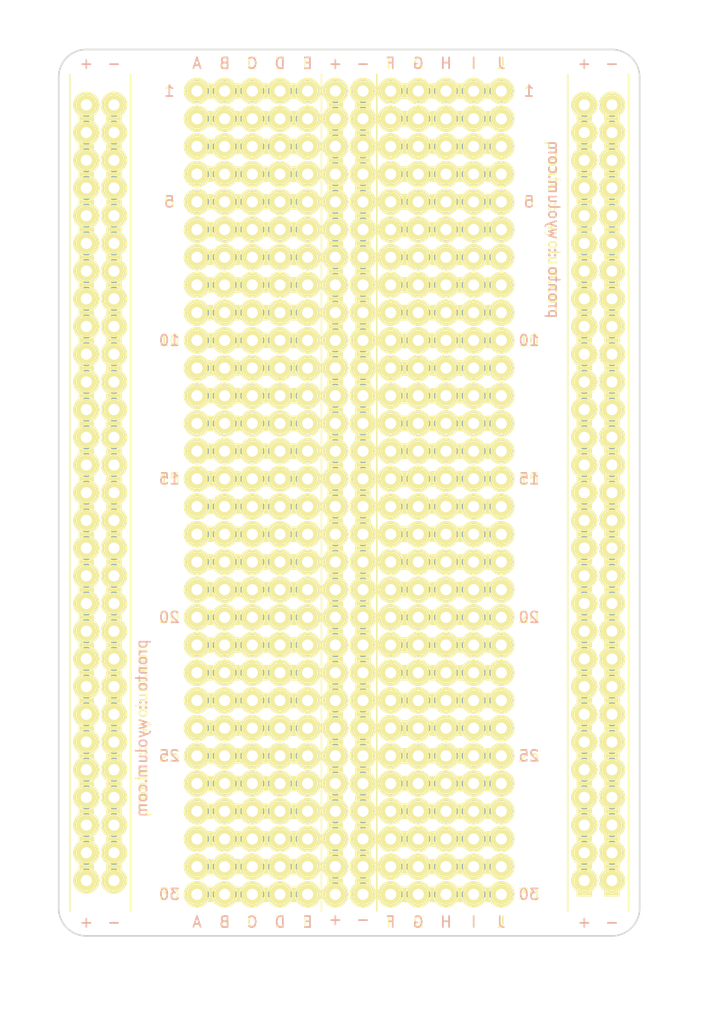
<source format=kicad_pcb>
(kicad_pcb (version 20241229) (generator "pcbnew") (generator_version "9.0")
  (title_block (title "pronto - quick prototyping system") (date "Tue Apr 14 2015") (rev "rev1") (company "WyoLum"))
  (layers (0 "F.Cu" signal) (2 "B.Cu" signal) (5 "F.SilkS" user "F.Silkscreen") (7 "B.SilkS" user "B.Silkscreen") (1 "F.Mask" user) (3 "B.Mask" user) (25 "Edge.Cuts" user))
  (net 0 "")
  (footprint "proto:1pin" (layer "F.Cu") (at 142.24 115.57)
    (property "Reference" "1pin" (hide yes))
    (property "Value" "VAL**" (hide yes))
  )
  (footprint "proto:1pin" (layer "F.Cu") (at 139.7 115.57)
    (property "Reference" "1pin" (hide yes))
    (property "Value" "VAL**" (hide yes))
  )
  (footprint "proto:1pin" (layer "F.Cu") (at 139.7 113.03)
    (property "Reference" "1pin" (hide yes))
    (property "Value" "VAL**" (hide yes))
  )
  (footprint "proto:1pin" (layer "F.Cu") (at 142.24 113.03)
    (property "Reference" "1pin" (hide yes))
    (property "Value" "VAL**" (hide yes))
  )
  (footprint "proto:1pin" (layer "F.Cu") (at 142.24 107.95)
    (property "Reference" "1pin" (hide yes))
    (property "Value" "VAL**" (hide yes))
  )
  (footprint "proto:1pin" (layer "F.Cu") (at 139.7 107.95)
    (property "Reference" "1pin" (hide yes))
    (property "Value" "VAL**" (hide yes))
  )
  (footprint "proto:1pin" (layer "F.Cu") (at 139.7 110.49)
    (property "Reference" "1pin" (hide yes))
    (property "Value" "VAL**" (hide yes))
  )
  (footprint "proto:1pin" (layer "F.Cu") (at 142.24 110.49)
    (property "Reference" "1pin" (hide yes))
    (property "Value" "VAL**" (hide yes))
  )
  (footprint "proto:1pin" (layer "F.Cu") (at 142.24 100.33)
    (property "Reference" "1pin" (hide yes))
    (property "Value" "VAL**" (hide yes))
  )
  (footprint "proto:1pin" (layer "F.Cu") (at 139.7 100.33)
    (property "Reference" "1pin" (hide yes))
    (property "Value" "VAL**" (hide yes))
  )
  (footprint "proto:1pin" (layer "F.Cu") (at 139.7 97.79)
    (property "Reference" "1pin" (hide yes))
    (property "Value" "VAL**" (hide yes))
  )
  (footprint "proto:1pin" (layer "F.Cu") (at 142.24 97.79)
    (property "Reference" "1pin" (hide yes))
    (property "Value" "VAL**" (hide yes))
  )
  (footprint "proto:1pin" (layer "F.Cu") (at 139.7 105.41)
    (property "Reference" "1pin" (hide yes))
    (property "Value" "VAL**" (hide yes))
  )
  (footprint "proto:1pin" (layer "F.Cu") (at 142.24 105.41)
    (property "Reference" "1pin" (hide yes))
    (property "Value" "VAL**" (hide yes))
  )
  (footprint "proto:1pin" (layer "F.Cu") (at 142.24 85.09)
    (property "Reference" "1pin" (hide yes))
    (property "Value" "VAL**" (hide yes))
  )
  (footprint "proto:1pin" (layer "F.Cu") (at 139.7 85.09)
    (property "Reference" "1pin" (hide yes))
    (property "Value" "VAL**" (hide yes))
  )
  (footprint "proto:1pin" (layer "F.Cu") (at 139.7 82.55)
    (property "Reference" "1pin" (hide yes))
    (property "Value" "VAL**" (hide yes))
  )
  (footprint "proto:1pin" (layer "F.Cu") (at 142.24 82.55)
    (property "Reference" "1pin" (hide yes))
    (property "Value" "VAL**" (hide yes))
  )
  (footprint "proto:1pin" (layer "F.Cu") (at 142.24 77.47)
    (property "Reference" "1pin" (hide yes))
    (property "Value" "VAL**" (hide yes))
  )
  (footprint "proto:1pin" (layer "F.Cu") (at 139.7 77.47)
    (property "Reference" "1pin" (hide yes))
    (property "Value" "VAL**" (hide yes))
  )
  (footprint "proto:1pin" (layer "F.Cu") (at 139.7 80.01)
    (property "Reference" "1pin" (hide yes))
    (property "Value" "VAL**" (hide yes))
  )
  (footprint "proto:1pin" (layer "F.Cu") (at 142.24 80.01)
    (property "Reference" "1pin" (hide yes))
    (property "Value" "VAL**" (hide yes))
  )
  (footprint "proto:1pin" (layer "F.Cu") (at 142.24 90.17)
    (property "Reference" "1pin" (hide yes))
    (property "Value" "VAL**" (hide yes))
  )
  (footprint "proto:1pin" (layer "F.Cu") (at 139.7 90.17)
    (property "Reference" "1pin" (hide yes))
    (property "Value" "VAL**" (hide yes))
  )
  (footprint "proto:1pin" (layer "F.Cu") (at 142.24 92.71)
    (property "Reference" "1pin" (hide yes))
    (property "Value" "VAL**" (hide yes))
  )
  (footprint "proto:1pin" (layer "F.Cu") (at 139.7 92.71)
    (property "Reference" "1pin" (hide yes))
    (property "Value" "VAL**" (hide yes))
  )
  (footprint "proto:1pin" (layer "F.Cu") (at 139.7 95.25)
    (property "Reference" "1pin" (hide yes))
    (property "Value" "VAL**" (hide yes))
  )
  (footprint "proto:1pin" (layer "F.Cu") (at 142.24 95.25)
    (property "Reference" "1pin" (hide yes))
    (property "Value" "VAL**" (hide yes))
  )
  (footprint "proto:1pin" (layer "F.Cu") (at 142.24 54.61)
    (property "Reference" "1pin" (hide yes))
    (property "Value" "VAL**" (hide yes))
  )
  (footprint "proto:1pin" (layer "F.Cu") (at 139.7 54.61)
    (property "Reference" "1pin" (hide yes))
    (property "Value" "VAL**" (hide yes))
  )
  (footprint "proto:1pin" (layer "F.Cu") (at 139.7 52.07)
    (property "Reference" "1pin" (hide yes))
    (property "Value" "VAL**" (hide yes))
  )
  (footprint "proto:1pin" (layer "F.Cu") (at 142.24 52.07)
    (property "Reference" "1pin" (hide yes))
    (property "Value" "VAL**" (hide yes))
  )
  (footprint "proto:1pin" (layer "F.Cu") (at 142.24 46.99)
    (property "Reference" "1pin" (hide yes))
    (property "Value" "VAL**" (hide yes))
  )
  (footprint "proto:1pin" (layer "F.Cu") (at 139.7 46.99)
    (property "Reference" "1pin" (hide yes))
    (property "Value" "VAL**" (hide yes))
  )
  (footprint "proto:1pin" (layer "F.Cu") (at 139.7 49.53)
    (property "Reference" "1pin" (hide yes))
    (property "Value" "VAL**" (hide yes))
  )
  (footprint "proto:1pin" (layer "F.Cu") (at 142.24 49.53)
    (property "Reference" "1pin" (hide yes))
    (property "Value" "VAL**" (hide yes))
  )
  (footprint "proto:1pin" (layer "F.Cu") (at 139.7 44.45)
    (property "Reference" "1pin" (hide yes))
    (property "Value" "VAL**" (hide yes))
  )
  (footprint "proto:1pin" (layer "F.Cu") (at 142.24 44.45)
    (property "Reference" "1pin" (hide yes))
    (property "Value" "VAL**" (hide yes))
  )
  (footprint "proto:1pin" (layer "F.Cu") (at 142.24 64.77)
    (property "Reference" "1pin" (hide yes))
    (property "Value" "VAL**" (hide yes))
  )
  (footprint "proto:1pin" (layer "F.Cu") (at 139.7 64.77)
    (property "Reference" "1pin" (hide yes))
    (property "Value" "VAL**" (hide yes))
  )
  (footprint "proto:1pin" (layer "F.Cu") (at 139.7 62.23)
    (property "Reference" "1pin" (hide yes))
    (property "Value" "VAL**" (hide yes))
  )
  (footprint "proto:1pin" (layer "F.Cu") (at 142.24 62.23)
    (property "Reference" "1pin" (hide yes))
    (property "Value" "VAL**" (hide yes))
  )
  (footprint "proto:1pin" (layer "F.Cu") (at 139.7 59.69)
    (property "Reference" "1pin" (hide yes))
    (property "Value" "VAL**" (hide yes))
  )
  (footprint "proto:1pin" (layer "F.Cu") (at 142.24 59.69)
    (property "Reference" "1pin" (hide yes))
    (property "Value" "VAL**" (hide yes))
  )
  (footprint "proto:1pin" (layer "F.Cu") (at 142.24 69.85)
    (property "Reference" "1pin" (hide yes))
    (property "Value" "VAL**" (hide yes))
  )
  (footprint "proto:1pin" (layer "F.Cu") (at 139.7 69.85)
    (property "Reference" "1pin" (hide yes))
    (property "Value" "VAL**" (hide yes))
  )
  (footprint "proto:1pin" (layer "F.Cu") (at 139.7 67.31)
    (property "Reference" "1pin" (hide yes))
    (property "Value" "VAL**" (hide yes))
  )
  (footprint "proto:1pin" (layer "F.Cu") (at 142.24 67.31)
    (property "Reference" "1pin" (hide yes))
    (property "Value" "VAL**" (hide yes))
  )
  (footprint "proto:1pin" (layer "F.Cu") (at 139.7 74.93)
    (property "Reference" "1pin" (hide yes))
    (property "Value" "VAL**" (hide yes))
  )
  (footprint "proto:1pin" (layer "F.Cu") (at 142.24 74.93)
    (property "Reference" "1pin" (hide yes))
    (property "Value" "VAL**" (hide yes))
  )
  (footprint "proto:1pin" (layer "F.Cu") (at 93.98 74.93 180)
    (property "Reference" "1pin" (hide yes))
    (property "Value" "VAL**" (hide yes))
  )
  (footprint "proto:1pin" (layer "F.Cu") (at 96.52 74.93 180)
    (property "Reference" "1pin" (hide yes))
    (property "Value" "VAL**" (hide yes))
  )
  (footprint "proto:1pin" (layer "F.Cu") (at 93.98 67.31 180)
    (property "Reference" "1pin" (hide yes))
    (property "Value" "VAL**" (hide yes))
  )
  (footprint "proto:1pin" (layer "F.Cu") (at 96.52 67.31 180)
    (property "Reference" "1pin" (hide yes))
    (property "Value" "VAL**" (hide yes))
  )
  (footprint "proto:1pin" (layer "F.Cu") (at 96.52 69.85 180)
    (property "Reference" "1pin" (hide yes))
    (property "Value" "VAL**" (hide yes))
  )
  (footprint "proto:1pin" (layer "F.Cu") (at 93.98 69.85 180)
    (property "Reference" "1pin" (hide yes))
    (property "Value" "VAL**" (hide yes))
  )
  (footprint "proto:1pin" (layer "F.Cu") (at 93.98 59.69 180)
    (property "Reference" "1pin" (hide yes))
    (property "Value" "VAL**" (hide yes))
  )
  (footprint "proto:1pin" (layer "F.Cu") (at 96.52 59.69 180)
    (property "Reference" "1pin" (hide yes))
    (property "Value" "VAL**" (hide yes))
  )
  (footprint "proto:1pin" (layer "F.Cu") (at 93.98 62.23 180)
    (property "Reference" "1pin" (hide yes))
    (property "Value" "VAL**" (hide yes))
  )
  (footprint "proto:1pin" (layer "F.Cu") (at 96.52 62.23 180)
    (property "Reference" "1pin" (hide yes))
    (property "Value" "VAL**" (hide yes))
  )
  (footprint "proto:1pin" (layer "F.Cu") (at 96.52 64.77 180)
    (property "Reference" "1pin" (hide yes))
    (property "Value" "VAL**" (hide yes))
  )
  (footprint "proto:1pin" (layer "F.Cu") (at 93.98 64.77 180)
    (property "Reference" "1pin" (hide yes))
    (property "Value" "VAL**" (hide yes))
  )
  (footprint "proto:1pin" (layer "F.Cu") (at 93.98 44.45)
    (property "Reference" "1pin" (hide yes))
    (property "Value" "VAL**" (hide yes))
  )
  (footprint "proto:1pin" (layer "F.Cu") (at 96.52 44.45)
    (property "Reference" "1pin" (hide yes))
    (property "Value" "VAL**" (hide yes))
  )
  (footprint "proto:1pin" (layer "F.Cu") (at 93.98 49.53 180)
    (property "Reference" "1pin" (hide yes))
    (property "Value" "VAL**" (hide yes))
  )
  (footprint "proto:1pin" (layer "F.Cu") (at 96.52 49.53 180)
    (property "Reference" "1pin" (hide yes))
    (property "Value" "VAL**" (hide yes))
  )
  (footprint "proto:1pin" (layer "F.Cu") (at 96.52 46.99 180)
    (property "Reference" "1pin" (hide yes))
    (property "Value" "VAL**" (hide yes))
  )
  (footprint "proto:1pin" (layer "F.Cu") (at 93.98 46.99 180)
    (property "Reference" "1pin" (hide yes))
    (property "Value" "VAL**" (hide yes))
  )
  (footprint "proto:1pin" (layer "F.Cu") (at 93.98 52.07 180)
    (property "Reference" "1pin" (hide yes))
    (property "Value" "VAL**" (hide yes))
  )
  (footprint "proto:1pin" (layer "F.Cu") (at 96.52 52.07 180)
    (property "Reference" "1pin" (hide yes))
    (property "Value" "VAL**" (hide yes))
  )
  (footprint "proto:1pin" (layer "F.Cu") (at 96.52 54.61 180)
    (property "Reference" "1pin" (hide yes))
    (property "Value" "VAL**" (hide yes))
  )
  (footprint "proto:1pin" (layer "F.Cu") (at 93.98 54.61 180)
    (property "Reference" "1pin" (hide yes))
    (property "Value" "VAL**" (hide yes))
  )
  (footprint "proto:1pin" (layer "F.Cu") (at 93.98 95.25 180)
    (property "Reference" "1pin" (hide yes))
    (property "Value" "VAL**" (hide yes))
  )
  (footprint "proto:1pin" (layer "F.Cu") (at 96.52 95.25 180)
    (property "Reference" "1pin" (hide yes))
    (property "Value" "VAL**" (hide yes))
  )
  (footprint "proto:1pin" (layer "F.Cu") (at 96.52 92.71 180)
    (property "Reference" "1pin" (hide yes))
    (property "Value" "VAL**" (hide yes))
  )
  (footprint "proto:1pin" (layer "F.Cu") (at 93.98 92.71 180)
    (property "Reference" "1pin" (hide yes))
    (property "Value" "VAL**" (hide yes))
  )
  (footprint "proto:1pin" (layer "F.Cu") (at 96.52 90.17 180)
    (property "Reference" "1pin" (hide yes))
    (property "Value" "VAL**" (hide yes))
  )
  (footprint "proto:1pin" (layer "F.Cu") (at 93.98 90.17 180)
    (property "Reference" "1pin" (hide yes))
    (property "Value" "VAL**" (hide yes))
  )
  (footprint "proto:1pin" (layer "F.Cu") (at 93.98 80.01 180)
    (property "Reference" "1pin" (hide yes))
    (property "Value" "VAL**" (hide yes))
  )
  (footprint "proto:1pin" (layer "F.Cu") (at 96.52 80.01 180)
    (property "Reference" "1pin" (hide yes))
    (property "Value" "VAL**" (hide yes))
  )
  (footprint "proto:1pin" (layer "F.Cu") (at 96.52 77.47 180)
    (property "Reference" "1pin" (hide yes))
    (property "Value" "VAL**" (hide yes))
  )
  (footprint "proto:1pin" (layer "F.Cu") (at 93.98 77.47 180)
    (property "Reference" "1pin" (hide yes))
    (property "Value" "VAL**" (hide yes))
  )
  (footprint "proto:1pin" (layer "F.Cu") (at 93.98 82.55 180)
    (property "Reference" "1pin" (hide yes))
    (property "Value" "VAL**" (hide yes))
  )
  (footprint "proto:1pin" (layer "F.Cu") (at 96.52 82.55 180)
    (property "Reference" "1pin" (hide yes))
    (property "Value" "VAL**" (hide yes))
  )
  (footprint "proto:1pin" (layer "F.Cu") (at 96.52 85.09 180)
    (property "Reference" "1pin" (hide yes))
    (property "Value" "VAL**" (hide yes))
  )
  (footprint "proto:1pin" (layer "F.Cu") (at 93.98 85.09 180)
    (property "Reference" "1pin" (hide yes))
    (property "Value" "VAL**" (hide yes))
  )
  (footprint "proto:1pin" (layer "F.Cu") (at 93.98 105.41 180)
    (property "Reference" "1pin" (hide yes))
    (property "Value" "VAL**" (hide yes))
  )
  (footprint "proto:1pin" (layer "F.Cu") (at 96.52 105.41 180)
    (property "Reference" "1pin" (hide yes))
    (property "Value" "VAL**" (hide yes))
  )
  (footprint "proto:1pin" (layer "F.Cu") (at 93.98 97.79 180)
    (property "Reference" "1pin" (hide yes))
    (property "Value" "VAL**" (hide yes))
  )
  (footprint "proto:1pin" (layer "F.Cu") (at 96.52 97.79 180)
    (property "Reference" "1pin" (hide yes))
    (property "Value" "VAL**" (hide yes))
  )
  (footprint "proto:1pin" (layer "F.Cu") (at 96.52 100.33 180)
    (property "Reference" "1pin" (hide yes))
    (property "Value" "VAL**" (hide yes))
  )
  (footprint "proto:1pin" (layer "F.Cu") (at 93.98 100.33 180)
    (property "Reference" "1pin" (hide yes))
    (property "Value" "VAL**" (hide yes))
  )
  (footprint "proto:1pin" (layer "F.Cu") (at 93.98 110.49 180)
    (property "Reference" "1pin" (hide yes))
    (property "Value" "VAL**" (hide yes))
  )
  (footprint "proto:1pin" (layer "F.Cu") (at 96.52 110.49 180)
    (property "Reference" "1pin" (hide yes))
    (property "Value" "VAL**" (hide yes))
  )
  (footprint "proto:1pin" (layer "F.Cu") (at 96.52 107.95 180)
    (property "Reference" "1pin" (hide yes))
    (property "Value" "VAL**" (hide yes))
  )
  (footprint "proto:1pin" (layer "F.Cu") (at 93.98 107.95 180)
    (property "Reference" "1pin" (hide yes))
    (property "Value" "VAL**" (hide yes))
  )
  (footprint "proto:1pin" (layer "F.Cu") (at 93.98 113.03 180)
    (property "Reference" "1pin" (hide yes))
    (property "Value" "VAL**" (hide yes))
  )
  (footprint "proto:1pin" (layer "F.Cu") (at 96.52 113.03 180)
    (property "Reference" "1pin" (hide yes))
    (property "Value" "VAL**" (hide yes))
  )
  (footprint "proto:1pin" (layer "F.Cu") (at 96.52 115.57 180)
    (property "Reference" "1pin" (hide yes))
    (property "Value" "VAL**" (hide yes))
  )
  (footprint "proto:1pin" (layer "F.Cu") (at 93.98 115.57 180)
    (property "Reference" "1pin" (hide yes))
    (property "Value" "VAL**" (hide yes))
  )
  (footprint "proto:1pin" (layer "F.Cu") (at 121.92 45.72 90)
    (property "Reference" "1pin" (hide yes))
    (property "Value" "VAL**" (hide yes))
  )
  (footprint "proto:1pin" (layer "F.Cu") (at 124.46 45.72 -90)
    (property "Reference" "1pin" (hide yes))
    (property "Value" "VAL**" (hide yes))
  )
  (footprint "proto:1pin" (layer "F.Cu") (at 127 45.72 -90)
    (property "Reference" "1pin" (hide yes))
    (property "Value" "VAL**" (hide yes))
  )
  (footprint "proto:1pin" (layer "F.Cu") (at 132.08 45.72 -90)
    (property "Reference" "1pin" (hide yes))
    (property "Value" "VAL**" (hide yes))
  )
  (footprint "proto:1pin" (layer "F.Cu") (at 129.54 45.72 -90)
    (property "Reference" "1pin" (hide yes))
    (property "Value" "VAL**" (hide yes))
  )
  (footprint "proto:1pin" (layer "F.Cu") (at 129.54 43.18 -90)
    (property "Reference" "1pin" (hide yes))
    (property "Value" "VAL**" (hide yes))
  )
  (footprint "proto:1pin" (layer "F.Cu") (at 132.08 43.18 -90)
    (property "Reference" "1pin" (hide yes))
    (property "Value" "VAL**" (hide yes))
  )
  (footprint "proto:1pin" (layer "F.Cu") (at 127 43.18 -90)
    (property "Reference" "1pin" (hide yes))
    (property "Value" "VAL**" (hide yes))
  )
  (footprint "proto:1pin" (layer "F.Cu") (at 124.46 43.18 -90)
    (property "Reference" "1pin" (hide yes))
    (property "Value" "VAL**" (hide yes))
  )
  (footprint "proto:1pin" (layer "F.Cu") (at 121.92 43.18 90)
    (property "Reference" "1pin" (hide yes))
    (property "Value" "VAL**" (hide yes))
  )
  (footprint "proto:1pin" (layer "F.Cu") (at 114.3 43.18 -90)
    (property "Reference" "1pin" (hide yes))
    (property "Value" "VAL**" (hide yes))
  )
  (footprint "proto:1pin" (layer "F.Cu") (at 111.76 43.18 90)
    (property "Reference" "1pin" (hide yes))
    (property "Value" "VAL**" (hide yes))
  )
  (footprint "proto:1pin" (layer "F.Cu") (at 109.22 43.18 90)
    (property "Reference" "1pin" (hide yes))
    (property "Value" "VAL**" (hide yes))
  )
  (footprint "proto:1pin" (layer "F.Cu") (at 104.14 43.18 90)
    (property "Reference" "1pin" (hide yes))
    (property "Value" "VAL**" (hide yes))
  )
  (footprint "proto:1pin" (layer "F.Cu") (at 106.68 43.18 90)
    (property "Reference" "1pin" (hide yes))
    (property "Value" "VAL**" (hide yes))
  )
  (footprint "proto:1pin" (layer "F.Cu") (at 106.68 45.72 90)
    (property "Reference" "1pin" (hide yes))
    (property "Value" "VAL**" (hide yes))
  )
  (footprint "proto:1pin" (layer "F.Cu") (at 104.14 45.72 90)
    (property "Reference" "1pin" (hide yes))
    (property "Value" "VAL**" (hide yes))
  )
  (footprint "proto:1pin" (layer "F.Cu") (at 109.22 45.72 90)
    (property "Reference" "1pin" (hide yes))
    (property "Value" "VAL**" (hide yes))
  )
  (footprint "proto:1pin" (layer "F.Cu") (at 111.76 45.72 90)
    (property "Reference" "1pin" (hide yes))
    (property "Value" "VAL**" (hide yes))
  )
  (footprint "proto:1pin" (layer "F.Cu") (at 114.3 45.72 -90)
    (property "Reference" "1pin" (hide yes))
    (property "Value" "VAL**" (hide yes))
  )
  (footprint "proto:1pin" (layer "F.Cu") (at 114.3 50.8 -90)
    (property "Reference" "1pin" (hide yes))
    (property "Value" "VAL**" (hide yes))
  )
  (footprint "proto:1pin" (layer "F.Cu") (at 111.76 50.8 90)
    (property "Reference" "1pin" (hide yes))
    (property "Value" "VAL**" (hide yes))
  )
  (footprint "proto:1pin" (layer "F.Cu") (at 109.22 50.8 90)
    (property "Reference" "1pin" (hide yes))
    (property "Value" "VAL**" (hide yes))
  )
  (footprint "proto:1pin" (layer "F.Cu") (at 104.14 50.8 90)
    (property "Reference" "1pin" (hide yes))
    (property "Value" "VAL**" (hide yes))
  )
  (footprint "proto:1pin" (layer "F.Cu") (at 106.68 50.8 90)
    (property "Reference" "1pin" (hide yes))
    (property "Value" "VAL**" (hide yes))
  )
  (footprint "proto:1pin" (layer "F.Cu") (at 106.68 48.26 90)
    (property "Reference" "1pin" (hide yes))
    (property "Value" "VAL**" (hide yes))
  )
  (footprint "proto:1pin" (layer "F.Cu") (at 104.14 48.26 90)
    (property "Reference" "1pin" (hide yes))
    (property "Value" "VAL**" (hide yes))
  )
  (footprint "proto:1pin" (layer "F.Cu") (at 109.22 48.26 90)
    (property "Reference" "1pin" (hide yes))
    (property "Value" "VAL**" (hide yes))
  )
  (footprint "proto:1pin" (layer "F.Cu") (at 111.76 48.26 90)
    (property "Reference" "1pin" (hide yes))
    (property "Value" "VAL**" (hide yes))
  )
  (footprint "proto:1pin" (layer "F.Cu") (at 114.3 48.26 -90)
    (property "Reference" "1pin" (hide yes))
    (property "Value" "VAL**" (hide yes))
  )
  (footprint "proto:1pin" (layer "F.Cu") (at 114.3 58.42 -90)
    (property "Reference" "1pin" (hide yes))
    (property "Value" "VAL**" (hide yes))
  )
  (footprint "proto:1pin" (layer "F.Cu") (at 111.76 58.42 90)
    (property "Reference" "1pin" (hide yes))
    (property "Value" "VAL**" (hide yes))
  )
  (footprint "proto:1pin" (layer "F.Cu") (at 109.22 58.42 90)
    (property "Reference" "1pin" (hide yes))
    (property "Value" "VAL**" (hide yes))
  )
  (footprint "proto:1pin" (layer "F.Cu") (at 104.14 58.42 90)
    (property "Reference" "1pin" (hide yes))
    (property "Value" "VAL**" (hide yes))
  )
  (footprint "proto:1pin" (layer "F.Cu") (at 106.68 58.42 90)
    (property "Reference" "1pin" (hide yes))
    (property "Value" "VAL**" (hide yes))
  )
  (footprint "proto:1pin" (layer "F.Cu") (at 106.68 60.96 90)
    (property "Reference" "1pin" (hide yes))
    (property "Value" "VAL**" (hide yes))
  )
  (footprint "proto:1pin" (layer "F.Cu") (at 104.14 60.96 90)
    (property "Reference" "1pin" (hide yes))
    (property "Value" "VAL**" (hide yes))
  )
  (footprint "proto:1pin" (layer "F.Cu") (at 109.22 60.96 90)
    (property "Reference" "1pin" (hide yes))
    (property "Value" "VAL**" (hide yes))
  )
  (footprint "proto:1pin" (layer "F.Cu") (at 111.76 60.96 90)
    (property "Reference" "1pin" (hide yes))
    (property "Value" "VAL**" (hide yes))
  )
  (footprint "proto:1pin" (layer "F.Cu") (at 114.3 60.96 -90)
    (property "Reference" "1pin" (hide yes))
    (property "Value" "VAL**" (hide yes))
  )
  (footprint "proto:1pin" (layer "F.Cu") (at 114.3 55.88 -90)
    (property "Reference" "1pin" (hide yes))
    (property "Value" "VAL**" (hide yes))
  )
  (footprint "proto:1pin" (layer "F.Cu") (at 111.76 55.88 90)
    (property "Reference" "1pin" (hide yes))
    (property "Value" "VAL**" (hide yes))
  )
  (footprint "proto:1pin" (layer "F.Cu") (at 109.22 55.88 90)
    (property "Reference" "1pin" (hide yes))
    (property "Value" "VAL**" (hide yes))
  )
  (footprint "proto:1pin" (layer "F.Cu") (at 104.14 55.88 90)
    (property "Reference" "1pin" (hide yes))
    (property "Value" "VAL**" (hide yes))
  )
  (footprint "proto:1pin" (layer "F.Cu") (at 106.68 55.88 90)
    (property "Reference" "1pin" (hide yes))
    (property "Value" "VAL**" (hide yes))
  )
  (footprint "proto:1pin" (layer "F.Cu") (at 106.68 53.34 90)
    (property "Reference" "1pin" (hide yes))
    (property "Value" "VAL**" (hide yes))
  )
  (footprint "proto:1pin" (layer "F.Cu") (at 104.14 53.34 90)
    (property "Reference" "1pin" (hide yes))
    (property "Value" "VAL**" (hide yes))
  )
  (footprint "proto:1pin" (layer "F.Cu") (at 109.22 53.34 90)
    (property "Reference" "1pin" (hide yes))
    (property "Value" "VAL**" (hide yes))
  )
  (footprint "proto:1pin" (layer "F.Cu") (at 111.76 53.34 90)
    (property "Reference" "1pin" (hide yes))
    (property "Value" "VAL**" (hide yes))
  )
  (footprint "proto:1pin" (layer "F.Cu") (at 114.3 53.34 -90)
    (property "Reference" "1pin" (hide yes))
    (property "Value" "VAL**" (hide yes))
  )
  (footprint "proto:1pin" (layer "F.Cu") (at 114.3 73.66 -90)
    (property "Reference" "1pin" (hide yes))
    (property "Value" "VAL**" (hide yes))
  )
  (footprint "proto:1pin" (layer "F.Cu") (at 111.76 73.66 90)
    (property "Reference" "1pin" (hide yes))
    (property "Value" "VAL**" (hide yes))
  )
  (footprint "proto:1pin" (layer "F.Cu") (at 109.22 73.66 90)
    (property "Reference" "1pin" (hide yes))
    (property "Value" "VAL**" (hide yes))
  )
  (footprint "proto:1pin" (layer "F.Cu") (at 104.14 73.66 90)
    (property "Reference" "1pin" (hide yes))
    (property "Value" "VAL**" (hide yes))
  )
  (footprint "proto:1pin" (layer "F.Cu") (at 106.68 73.66 90)
    (property "Reference" "1pin" (hide yes))
    (property "Value" "VAL**" (hide yes))
  )
  (footprint "proto:1pin" (layer "F.Cu") (at 106.68 76.2 90)
    (property "Reference" "1pin" (hide yes))
    (property "Value" "VAL**" (hide yes))
  )
  (footprint "proto:1pin" (layer "F.Cu") (at 104.14 76.2 90)
    (property "Reference" "1pin" (hide yes))
    (property "Value" "VAL**" (hide yes))
  )
  (footprint "proto:1pin" (layer "F.Cu") (at 109.22 76.2 90)
    (property "Reference" "1pin" (hide yes))
    (property "Value" "VAL**" (hide yes))
  )
  (footprint "proto:1pin" (layer "F.Cu") (at 111.76 76.2 90)
    (property "Reference" "1pin" (hide yes))
    (property "Value" "VAL**" (hide yes))
  )
  (footprint "proto:1pin" (layer "F.Cu") (at 114.3 76.2 -90)
    (property "Reference" "1pin" (hide yes))
    (property "Value" "VAL**" (hide yes))
  )
  (footprint "proto:1pin" (layer "F.Cu") (at 114.3 81.28 -90)
    (property "Reference" "1pin" (hide yes))
    (property "Value" "VAL**" (hide yes))
  )
  (footprint "proto:1pin" (layer "F.Cu") (at 111.76 81.28 90)
    (property "Reference" "1pin" (hide yes))
    (property "Value" "VAL**" (hide yes))
  )
  (footprint "proto:1pin" (layer "F.Cu") (at 109.22 81.28 90)
    (property "Reference" "1pin" (hide yes))
    (property "Value" "VAL**" (hide yes))
  )
  (footprint "proto:1pin" (layer "F.Cu") (at 104.14 81.28 90)
    (property "Reference" "1pin" (hide yes))
    (property "Value" "VAL**" (hide yes))
  )
  (footprint "proto:1pin" (layer "F.Cu") (at 106.68 81.28 90)
    (property "Reference" "1pin" (hide yes))
    (property "Value" "VAL**" (hide yes))
  )
  (footprint "proto:1pin" (layer "F.Cu") (at 106.68 78.74 90)
    (property "Reference" "1pin" (hide yes))
    (property "Value" "VAL**" (hide yes))
  )
  (footprint "proto:1pin" (layer "F.Cu") (at 104.14 78.74 90)
    (property "Reference" "1pin" (hide yes))
    (property "Value" "VAL**" (hide yes))
  )
  (footprint "proto:1pin" (layer "F.Cu") (at 109.22 78.74 90)
    (property "Reference" "1pin" (hide yes))
    (property "Value" "VAL**" (hide yes))
  )
  (footprint "proto:1pin" (layer "F.Cu") (at 111.76 78.74 90)
    (property "Reference" "1pin" (hide yes))
    (property "Value" "VAL**" (hide yes))
  )
  (footprint "proto:1pin" (layer "F.Cu") (at 114.3 78.74 -90)
    (property "Reference" "1pin" (hide yes))
    (property "Value" "VAL**" (hide yes))
  )
  (footprint "proto:1pin" (layer "F.Cu") (at 114.3 68.58 -90)
    (property "Reference" "1pin" (hide yes))
    (property "Value" "VAL**" (hide yes))
  )
  (footprint "proto:1pin" (layer "F.Cu") (at 111.76 68.58 90)
    (property "Reference" "1pin" (hide yes))
    (property "Value" "VAL**" (hide yes))
  )
  (footprint "proto:1pin" (layer "F.Cu") (at 109.22 68.58 90)
    (property "Reference" "1pin" (hide yes))
    (property "Value" "VAL**" (hide yes))
  )
  (footprint "proto:1pin" (layer "F.Cu") (at 104.14 68.58 90)
    (property "Reference" "1pin" (hide yes))
    (property "Value" "VAL**" (hide yes))
  )
  (footprint "proto:1pin" (layer "F.Cu") (at 106.68 68.58 90)
    (property "Reference" "1pin" (hide yes))
    (property "Value" "VAL**" (hide yes))
  )
  (footprint "proto:1pin" (layer "F.Cu") (at 106.68 71.12 90)
    (property "Reference" "1pin" (hide yes))
    (property "Value" "VAL**" (hide yes))
  )
  (footprint "proto:1pin" (layer "F.Cu") (at 104.14 71.12 90)
    (property "Reference" "1pin" (hide yes))
    (property "Value" "VAL**" (hide yes))
  )
  (footprint "proto:1pin" (layer "F.Cu") (at 109.22 71.12 90)
    (property "Reference" "1pin" (hide yes))
    (property "Value" "VAL**" (hide yes))
  )
  (footprint "proto:1pin" (layer "F.Cu") (at 111.76 71.12 90)
    (property "Reference" "1pin" (hide yes))
    (property "Value" "VAL**" (hide yes))
  )
  (footprint "proto:1pin" (layer "F.Cu") (at 114.3 71.12 -90)
    (property "Reference" "1pin" (hide yes))
    (property "Value" "VAL**" (hide yes))
  )
  (footprint "proto:1pin" (layer "F.Cu") (at 114.3 66.04 -90)
    (property "Reference" "1pin" (hide yes))
    (property "Value" "VAL**" (hide yes))
  )
  (footprint "proto:1pin" (layer "F.Cu") (at 111.76 66.04 90)
    (property "Reference" "1pin" (hide yes))
    (property "Value" "VAL**" (hide yes))
  )
  (footprint "proto:1pin" (layer "F.Cu") (at 109.22 66.04 90)
    (property "Reference" "1pin" (hide yes))
    (property "Value" "VAL**" (hide yes))
  )
  (footprint "proto:1pin" (layer "F.Cu") (at 104.14 66.04 90)
    (property "Reference" "1pin" (hide yes))
    (property "Value" "VAL**" (hide yes))
  )
  (footprint "proto:1pin" (layer "F.Cu") (at 106.68 66.04 90)
    (property "Reference" "1pin" (hide yes))
    (property "Value" "VAL**" (hide yes))
  )
  (footprint "proto:1pin" (layer "F.Cu") (at 106.68 63.5 90)
    (property "Reference" "1pin" (hide yes))
    (property "Value" "VAL**" (hide yes))
  )
  (footprint "proto:1pin" (layer "F.Cu") (at 104.14 63.5 90)
    (property "Reference" "1pin" (hide yes))
    (property "Value" "VAL**" (hide yes))
  )
  (footprint "proto:1pin" (layer "F.Cu") (at 109.22 63.5 90)
    (property "Reference" "1pin" (hide yes))
    (property "Value" "VAL**" (hide yes))
  )
  (footprint "proto:1pin" (layer "F.Cu") (at 111.76 63.5 90)
    (property "Reference" "1pin" (hide yes))
    (property "Value" "VAL**" (hide yes))
  )
  (footprint "proto:1pin" (layer "F.Cu") (at 114.3 63.5 -90)
    (property "Reference" "1pin" (hide yes))
    (property "Value" "VAL**" (hide yes))
  )
  (footprint "proto:1pin" (layer "F.Cu") (at 114.3 104.14 -90)
    (property "Reference" "1pin" (hide yes))
    (property "Value" "VAL**" (hide yes))
  )
  (footprint "proto:1pin" (layer "F.Cu") (at 111.76 104.14 90)
    (property "Reference" "1pin" (hide yes))
    (property "Value" "VAL**" (hide yes))
  )
  (footprint "proto:1pin" (layer "F.Cu") (at 109.22 104.14 90)
    (property "Reference" "1pin" (hide yes))
    (property "Value" "VAL**" (hide yes))
  )
  (footprint "proto:1pin" (layer "F.Cu") (at 104.14 104.14 90)
    (property "Reference" "1pin" (hide yes))
    (property "Value" "VAL**" (hide yes))
  )
  (footprint "proto:1pin" (layer "F.Cu") (at 106.68 104.14 90)
    (property "Reference" "1pin" (hide yes))
    (property "Value" "VAL**" (hide yes))
  )
  (footprint "proto:1pin" (layer "F.Cu") (at 106.68 106.68 90)
    (property "Reference" "1pin" (hide yes))
    (property "Value" "VAL**" (hide yes))
  )
  (footprint "proto:1pin" (layer "F.Cu") (at 104.14 106.68 90)
    (property "Reference" "1pin" (hide yes))
    (property "Value" "VAL**" (hide yes))
  )
  (footprint "proto:1pin" (layer "F.Cu") (at 109.22 106.68 90)
    (property "Reference" "1pin" (hide yes))
    (property "Value" "VAL**" (hide yes))
  )
  (footprint "proto:1pin" (layer "F.Cu") (at 111.76 106.68 90)
    (property "Reference" "1pin" (hide yes))
    (property "Value" "VAL**" (hide yes))
  )
  (footprint "proto:1pin" (layer "F.Cu") (at 114.3 106.68 -90)
    (property "Reference" "1pin" (hide yes))
    (property "Value" "VAL**" (hide yes))
  )
  (footprint "proto:1pin" (layer "F.Cu") (at 114.3 111.76 -90)
    (property "Reference" "1pin" (hide yes))
    (property "Value" "VAL**" (hide yes))
  )
  (footprint "proto:1pin" (layer "F.Cu") (at 111.76 111.76 90)
    (property "Reference" "1pin" (hide yes))
    (property "Value" "VAL**" (hide yes))
  )
  (footprint "proto:1pin" (layer "F.Cu") (at 109.22 111.76 90)
    (property "Reference" "1pin" (hide yes))
    (property "Value" "VAL**" (hide yes))
  )
  (footprint "proto:1pin" (layer "F.Cu") (at 104.14 111.76 90)
    (property "Reference" "1pin" (hide yes))
    (property "Value" "VAL**" (hide yes))
  )
  (footprint "proto:1pin" (layer "F.Cu") (at 106.68 111.76 90)
    (property "Reference" "1pin" (hide yes))
    (property "Value" "VAL**" (hide yes))
  )
  (footprint "proto:1pin" (layer "F.Cu") (at 106.68 109.22 90)
    (property "Reference" "1pin" (hide yes))
    (property "Value" "VAL**" (hide yes))
  )
  (footprint "proto:1pin" (layer "F.Cu") (at 104.14 109.22 90)
    (property "Reference" "1pin" (hide yes))
    (property "Value" "VAL**" (hide yes))
  )
  (footprint "proto:1pin" (layer "F.Cu") (at 109.22 109.22 90)
    (property "Reference" "1pin" (hide yes))
    (property "Value" "VAL**" (hide yes))
  )
  (footprint "proto:1pin" (layer "F.Cu") (at 111.76 109.22 90)
    (property "Reference" "1pin" (hide yes))
    (property "Value" "VAL**" (hide yes))
  )
  (footprint "proto:1pin" (layer "F.Cu") (at 114.3 109.22 -90)
    (property "Reference" "1pin" (hide yes))
    (property "Value" "VAL**" (hide yes))
  )
  (footprint "proto:1pin" (layer "F.Cu") (at 114.3 116.84 -90)
    (property "Reference" "1pin" (hide yes))
    (property "Value" "VAL**" (hide yes))
  )
  (footprint "proto:1pin" (layer "F.Cu") (at 111.76 116.84 90)
    (property "Reference" "1pin" (hide yes))
    (property "Value" "VAL**" (hide yes))
  )
  (footprint "proto:1pin" (layer "F.Cu") (at 109.22 116.84 90)
    (property "Reference" "1pin" (hide yes))
    (property "Value" "VAL**" (hide yes))
  )
  (footprint "proto:1pin" (layer "F.Cu") (at 104.14 116.84 90)
    (property "Reference" "1pin" (hide yes))
    (property "Value" "VAL**" (hide yes))
  )
  (footprint "proto:1pin" (layer "F.Cu") (at 106.68 116.84 90)
    (property "Reference" "1pin" (hide yes))
    (property "Value" "VAL**" (hide yes))
  )
  (footprint "proto:1pin" (layer "F.Cu") (at 106.68 114.3 90)
    (property "Reference" "1pin" (hide yes))
    (property "Value" "VAL**" (hide yes))
  )
  (footprint "proto:1pin" (layer "F.Cu") (at 104.14 114.3 90)
    (property "Reference" "1pin" (hide yes))
    (property "Value" "VAL**" (hide yes))
  )
  (footprint "proto:1pin" (layer "F.Cu") (at 109.22 114.3 90)
    (property "Reference" "1pin" (hide yes))
    (property "Value" "VAL**" (hide yes))
  )
  (footprint "proto:1pin" (layer "F.Cu") (at 111.76 114.3 90)
    (property "Reference" "1pin" (hide yes))
    (property "Value" "VAL**" (hide yes))
  )
  (footprint "proto:1pin" (layer "F.Cu") (at 114.3 114.3 -90)
    (property "Reference" "1pin" (hide yes))
    (property "Value" "VAL**" (hide yes))
  )
  (footprint "proto:1pin" (layer "F.Cu") (at 114.3 93.98 -90)
    (property "Reference" "1pin" (hide yes))
    (property "Value" "VAL**" (hide yes))
  )
  (footprint "proto:1pin" (layer "F.Cu") (at 111.76 93.98 90)
    (property "Reference" "1pin" (hide yes))
    (property "Value" "VAL**" (hide yes))
  )
  (footprint "proto:1pin" (layer "F.Cu") (at 109.22 93.98 90)
    (property "Reference" "1pin" (hide yes))
    (property "Value" "VAL**" (hide yes))
  )
  (footprint "proto:1pin" (layer "F.Cu") (at 104.14 93.98 90)
    (property "Reference" "1pin" (hide yes))
    (property "Value" "VAL**" (hide yes))
  )
  (footprint "proto:1pin" (layer "F.Cu") (at 106.68 93.98 90)
    (property "Reference" "1pin" (hide yes))
    (property "Value" "VAL**" (hide yes))
  )
  (footprint "proto:1pin" (layer "F.Cu") (at 106.68 96.52 90)
    (property "Reference" "1pin" (hide yes))
    (property "Value" "VAL**" (hide yes))
  )
  (footprint "proto:1pin" (layer "F.Cu") (at 104.14 96.52 90)
    (property "Reference" "1pin" (hide yes))
    (property "Value" "VAL**" (hide yes))
  )
  (footprint "proto:1pin" (layer "F.Cu") (at 109.22 96.52 90)
    (property "Reference" "1pin" (hide yes))
    (property "Value" "VAL**" (hide yes))
  )
  (footprint "proto:1pin" (layer "F.Cu") (at 111.76 96.52 90)
    (property "Reference" "1pin" (hide yes))
    (property "Value" "VAL**" (hide yes))
  )
  (footprint "proto:1pin" (layer "F.Cu") (at 114.3 96.52 -90)
    (property "Reference" "1pin" (hide yes))
    (property "Value" "VAL**" (hide yes))
  )
  (footprint "proto:1pin" (layer "F.Cu") (at 114.3 101.6 -90)
    (property "Reference" "1pin" (hide yes))
    (property "Value" "VAL**" (hide yes))
  )
  (footprint "proto:1pin" (layer "F.Cu") (at 111.76 101.6 90)
    (property "Reference" "1pin" (hide yes))
    (property "Value" "VAL**" (hide yes))
  )
  (footprint "proto:1pin" (layer "F.Cu") (at 109.22 101.6 90)
    (property "Reference" "1pin" (hide yes))
    (property "Value" "VAL**" (hide yes))
  )
  (footprint "proto:1pin" (layer "F.Cu") (at 104.14 101.6 90)
    (property "Reference" "1pin" (hide yes))
    (property "Value" "VAL**" (hide yes))
  )
  (footprint "proto:1pin" (layer "F.Cu") (at 106.68 101.6 90)
    (property "Reference" "1pin" (hide yes))
    (property "Value" "VAL**" (hide yes))
  )
  (footprint "proto:1pin" (layer "F.Cu") (at 106.68 99.06 90)
    (property "Reference" "1pin" (hide yes))
    (property "Value" "VAL**" (hide yes))
  )
  (footprint "proto:1pin" (layer "F.Cu") (at 104.14 99.06 90)
    (property "Reference" "1pin" (hide yes))
    (property "Value" "VAL**" (hide yes))
  )
  (footprint "proto:1pin" (layer "F.Cu") (at 109.22 99.06 90)
    (property "Reference" "1pin" (hide yes))
    (property "Value" "VAL**" (hide yes))
  )
  (footprint "proto:1pin" (layer "F.Cu") (at 111.76 99.06 90)
    (property "Reference" "1pin" (hide yes))
    (property "Value" "VAL**" (hide yes))
  )
  (footprint "proto:1pin" (layer "F.Cu") (at 114.3 99.06 -90)
    (property "Reference" "1pin" (hide yes))
    (property "Value" "VAL**" (hide yes))
  )
  (footprint "proto:1pin" (layer "F.Cu") (at 114.3 88.9 -90)
    (property "Reference" "1pin" (hide yes))
    (property "Value" "VAL**" (hide yes))
  )
  (footprint "proto:1pin" (layer "F.Cu") (at 111.76 88.9 90)
    (property "Reference" "1pin" (hide yes))
    (property "Value" "VAL**" (hide yes))
  )
  (footprint "proto:1pin" (layer "F.Cu") (at 109.22 88.9 90)
    (property "Reference" "1pin" (hide yes))
    (property "Value" "VAL**" (hide yes))
  )
  (footprint "proto:1pin" (layer "F.Cu") (at 104.14 88.9 90)
    (property "Reference" "1pin" (hide yes))
    (property "Value" "VAL**" (hide yes))
  )
  (footprint "proto:1pin" (layer "F.Cu") (at 106.68 88.9 90)
    (property "Reference" "1pin" (hide yes))
    (property "Value" "VAL**" (hide yes))
  )
  (footprint "proto:1pin" (layer "F.Cu") (at 106.68 91.44 90)
    (property "Reference" "1pin" (hide yes))
    (property "Value" "VAL**" (hide yes))
  )
  (footprint "proto:1pin" (layer "F.Cu") (at 104.14 91.44 90)
    (property "Reference" "1pin" (hide yes))
    (property "Value" "VAL**" (hide yes))
  )
  (footprint "proto:1pin" (layer "F.Cu") (at 109.22 91.44 90)
    (property "Reference" "1pin" (hide yes))
    (property "Value" "VAL**" (hide yes))
  )
  (footprint "proto:1pin" (layer "F.Cu") (at 111.76 91.44 90)
    (property "Reference" "1pin" (hide yes))
    (property "Value" "VAL**" (hide yes))
  )
  (footprint "proto:1pin" (layer "F.Cu") (at 114.3 91.44 -90)
    (property "Reference" "1pin" (hide yes))
    (property "Value" "VAL**" (hide yes))
  )
  (footprint "proto:1pin" (layer "F.Cu") (at 114.3 86.36 -90)
    (property "Reference" "1pin" (hide yes))
    (property "Value" "VAL**" (hide yes))
  )
  (footprint "proto:1pin" (layer "F.Cu") (at 111.76 86.36 90)
    (property "Reference" "1pin" (hide yes))
    (property "Value" "VAL**" (hide yes))
  )
  (footprint "proto:1pin" (layer "F.Cu") (at 109.22 86.36 90)
    (property "Reference" "1pin" (hide yes))
    (property "Value" "VAL**" (hide yes))
  )
  (footprint "proto:1pin" (layer "F.Cu") (at 104.14 86.36 90)
    (property "Reference" "1pin" (hide yes))
    (property "Value" "VAL**" (hide yes))
  )
  (footprint "proto:1pin" (layer "F.Cu") (at 106.68 86.36 90)
    (property "Reference" "1pin" (hide yes))
    (property "Value" "VAL**" (hide yes))
  )
  (footprint "proto:1pin" (layer "F.Cu") (at 106.68 83.82 90)
    (property "Reference" "1pin" (hide yes))
    (property "Value" "VAL**" (hide yes))
  )
  (footprint "proto:1pin" (layer "F.Cu") (at 104.14 83.82 90)
    (property "Reference" "1pin" (hide yes))
    (property "Value" "VAL**" (hide yes))
  )
  (footprint "proto:1pin" (layer "F.Cu") (at 109.22 83.82 90)
    (property "Reference" "1pin" (hide yes))
    (property "Value" "VAL**" (hide yes))
  )
  (footprint "proto:1pin" (layer "F.Cu") (at 111.76 83.82 90)
    (property "Reference" "1pin" (hide yes))
    (property "Value" "VAL**" (hide yes))
  )
  (footprint "proto:1pin" (layer "F.Cu") (at 114.3 83.82 -90)
    (property "Reference" "1pin" (hide yes))
    (property "Value" "VAL**" (hide yes))
  )
  (footprint "proto:1pin" (layer "F.Cu") (at 121.92 48.26 90)
    (property "Reference" "1pin" (hide yes))
    (property "Value" "VAL**" (hide yes))
  )
  (footprint "proto:1pin" (layer "F.Cu") (at 124.46 48.26 -90)
    (property "Reference" "1pin" (hide yes))
    (property "Value" "VAL**" (hide yes))
  )
  (footprint "proto:1pin" (layer "F.Cu") (at 127 48.26 -90)
    (property "Reference" "1pin" (hide yes))
    (property "Value" "VAL**" (hide yes))
  )
  (footprint "proto:1pin" (layer "F.Cu") (at 132.08 48.26 -90)
    (property "Reference" "1pin" (hide yes))
    (property "Value" "VAL**" (hide yes))
  )
  (footprint "proto:1pin" (layer "F.Cu") (at 129.54 48.26 -90)
    (property "Reference" "1pin" (hide yes))
    (property "Value" "VAL**" (hide yes))
  )
  (footprint "proto:1pin" (layer "F.Cu") (at 129.54 50.8 -90)
    (property "Reference" "1pin" (hide yes))
    (property "Value" "VAL**" (hide yes))
  )
  (footprint "proto:1pin" (layer "F.Cu") (at 132.08 50.8 -90)
    (property "Reference" "1pin" (hide yes))
    (property "Value" "VAL**" (hide yes))
  )
  (footprint "proto:1pin" (layer "F.Cu") (at 127 50.8 -90)
    (property "Reference" "1pin" (hide yes))
    (property "Value" "VAL**" (hide yes))
  )
  (footprint "proto:1pin" (layer "F.Cu") (at 124.46 50.8 -90)
    (property "Reference" "1pin" (hide yes))
    (property "Value" "VAL**" (hide yes))
  )
  (footprint "proto:1pin" (layer "F.Cu") (at 121.92 50.8 90)
    (property "Reference" "1pin" (hide yes))
    (property "Value" "VAL**" (hide yes))
  )
  (footprint "proto:1pin" (layer "F.Cu") (at 121.92 60.96 90)
    (property "Reference" "1pin" (hide yes))
    (property "Value" "VAL**" (hide yes))
  )
  (footprint "proto:1pin" (layer "F.Cu") (at 124.46 60.96 -90)
    (property "Reference" "1pin" (hide yes))
    (property "Value" "VAL**" (hide yes))
  )
  (footprint "proto:1pin" (layer "F.Cu") (at 127 60.96 -90)
    (property "Reference" "1pin" (hide yes))
    (property "Value" "VAL**" (hide yes))
  )
  (footprint "proto:1pin" (layer "F.Cu") (at 132.08 60.96 -90)
    (property "Reference" "1pin" (hide yes))
    (property "Value" "VAL**" (hide yes))
  )
  (footprint "proto:1pin" (layer "F.Cu") (at 129.54 60.96 -90)
    (property "Reference" "1pin" (hide yes))
    (property "Value" "VAL**" (hide yes))
  )
  (footprint "proto:1pin" (layer "F.Cu") (at 129.54 58.42 -90)
    (property "Reference" "1pin" (hide yes))
    (property "Value" "VAL**" (hide yes))
  )
  (footprint "proto:1pin" (layer "F.Cu") (at 132.08 58.42 -90)
    (property "Reference" "1pin" (hide yes))
    (property "Value" "VAL**" (hide yes))
  )
  (footprint "proto:1pin" (layer "F.Cu") (at 127 58.42 -90)
    (property "Reference" "1pin" (hide yes))
    (property "Value" "VAL**" (hide yes))
  )
  (footprint "proto:1pin" (layer "F.Cu") (at 124.46 58.42 -90)
    (property "Reference" "1pin" (hide yes))
    (property "Value" "VAL**" (hide yes))
  )
  (footprint "proto:1pin" (layer "F.Cu") (at 121.92 58.42 90)
    (property "Reference" "1pin" (hide yes))
    (property "Value" "VAL**" (hide yes))
  )
  (footprint "proto:1pin" (layer "F.Cu") (at 121.92 53.34 90)
    (property "Reference" "1pin" (hide yes))
    (property "Value" "VAL**" (hide yes))
  )
  (footprint "proto:1pin" (layer "F.Cu") (at 124.46 53.34 -90)
    (property "Reference" "1pin" (hide yes))
    (property "Value" "VAL**" (hide yes))
  )
  (footprint "proto:1pin" (layer "F.Cu") (at 127 53.34 -90)
    (property "Reference" "1pin" (hide yes))
    (property "Value" "VAL**" (hide yes))
  )
  (footprint "proto:1pin" (layer "F.Cu") (at 132.08 53.34 -90)
    (property "Reference" "1pin" (hide yes))
    (property "Value" "VAL**" (hide yes))
  )
  (footprint "proto:1pin" (layer "F.Cu") (at 129.54 53.34 -90)
    (property "Reference" "1pin" (hide yes))
    (property "Value" "VAL**" (hide yes))
  )
  (footprint "proto:1pin" (layer "F.Cu") (at 129.54 55.88 -90)
    (property "Reference" "1pin" (hide yes))
    (property "Value" "VAL**" (hide yes))
  )
  (footprint "proto:1pin" (layer "F.Cu") (at 132.08 55.88 -90)
    (property "Reference" "1pin" (hide yes))
    (property "Value" "VAL**" (hide yes))
  )
  (footprint "proto:1pin" (layer "F.Cu") (at 127 55.88 -90)
    (property "Reference" "1pin" (hide yes))
    (property "Value" "VAL**" (hide yes))
  )
  (footprint "proto:1pin" (layer "F.Cu") (at 124.46 55.88 -90)
    (property "Reference" "1pin" (hide yes))
    (property "Value" "VAL**" (hide yes))
  )
  (footprint "proto:1pin" (layer "F.Cu") (at 121.92 55.88 90)
    (property "Reference" "1pin" (hide yes))
    (property "Value" "VAL**" (hide yes))
  )
  (footprint "proto:1pin" (layer "F.Cu") (at 121.92 76.2 90)
    (property "Reference" "1pin" (hide yes))
    (property "Value" "VAL**" (hide yes))
  )
  (footprint "proto:1pin" (layer "F.Cu") (at 124.46 76.2 -90)
    (property "Reference" "1pin" (hide yes))
    (property "Value" "VAL**" (hide yes))
  )
  (footprint "proto:1pin" (layer "F.Cu") (at 127 76.2 -90)
    (property "Reference" "1pin" (hide yes))
    (property "Value" "VAL**" (hide yes))
  )
  (footprint "proto:1pin" (layer "F.Cu") (at 132.08 76.2 -90)
    (property "Reference" "1pin" (hide yes))
    (property "Value" "VAL**" (hide yes))
  )
  (footprint "proto:1pin" (layer "F.Cu") (at 129.54 76.2 -90)
    (property "Reference" "1pin" (hide yes))
    (property "Value" "VAL**" (hide yes))
  )
  (footprint "proto:1pin" (layer "F.Cu") (at 129.54 73.66 -90)
    (property "Reference" "1pin" (hide yes))
    (property "Value" "VAL**" (hide yes))
  )
  (footprint "proto:1pin" (layer "F.Cu") (at 132.08 73.66 -90)
    (property "Reference" "1pin" (hide yes))
    (property "Value" "VAL**" (hide yes))
  )
  (footprint "proto:1pin" (layer "F.Cu") (at 127 73.66 -90)
    (property "Reference" "1pin" (hide yes))
    (property "Value" "VAL**" (hide yes))
  )
  (footprint "proto:1pin" (layer "F.Cu") (at 124.46 73.66 -90)
    (property "Reference" "1pin" (hide yes))
    (property "Value" "VAL**" (hide yes))
  )
  (footprint "proto:1pin" (layer "F.Cu") (at 121.92 73.66 90)
    (property "Reference" "1pin" (hide yes))
    (property "Value" "VAL**" (hide yes))
  )
  (footprint "proto:1pin" (layer "F.Cu") (at 121.92 78.74 90)
    (property "Reference" "1pin" (hide yes))
    (property "Value" "VAL**" (hide yes))
  )
  (footprint "proto:1pin" (layer "F.Cu") (at 124.46 78.74 -90)
    (property "Reference" "1pin" (hide yes))
    (property "Value" "VAL**" (hide yes))
  )
  (footprint "proto:1pin" (layer "F.Cu") (at 127 78.74 -90)
    (property "Reference" "1pin" (hide yes))
    (property "Value" "VAL**" (hide yes))
  )
  (footprint "proto:1pin" (layer "F.Cu") (at 132.08 78.74 -90)
    (property "Reference" "1pin" (hide yes))
    (property "Value" "VAL**" (hide yes))
  )
  (footprint "proto:1pin" (layer "F.Cu") (at 129.54 78.74 -90)
    (property "Reference" "1pin" (hide yes))
    (property "Value" "VAL**" (hide yes))
  )
  (footprint "proto:1pin" (layer "F.Cu") (at 129.54 81.28 -90)
    (property "Reference" "1pin" (hide yes))
    (property "Value" "VAL**" (hide yes))
  )
  (footprint "proto:1pin" (layer "F.Cu") (at 132.08 81.28 -90)
    (property "Reference" "1pin" (hide yes))
    (property "Value" "VAL**" (hide yes))
  )
  (footprint "proto:1pin" (layer "F.Cu") (at 127 81.28 -90)
    (property "Reference" "1pin" (hide yes))
    (property "Value" "VAL**" (hide yes))
  )
  (footprint "proto:1pin" (layer "F.Cu") (at 124.46 81.28 -90)
    (property "Reference" "1pin" (hide yes))
    (property "Value" "VAL**" (hide yes))
  )
  (footprint "proto:1pin" (layer "F.Cu") (at 121.92 81.28 90)
    (property "Reference" "1pin" (hide yes))
    (property "Value" "VAL**" (hide yes))
  )
  (footprint "proto:1pin" (layer "F.Cu") (at 121.92 71.12 90)
    (property "Reference" "1pin" (hide yes))
    (property "Value" "VAL**" (hide yes))
  )
  (footprint "proto:1pin" (layer "F.Cu") (at 124.46 71.12 -90)
    (property "Reference" "1pin" (hide yes))
    (property "Value" "VAL**" (hide yes))
  )
  (footprint "proto:1pin" (layer "F.Cu") (at 127 71.12 -90)
    (property "Reference" "1pin" (hide yes))
    (property "Value" "VAL**" (hide yes))
  )
  (footprint "proto:1pin" (layer "F.Cu") (at 132.08 71.12 -90)
    (property "Reference" "1pin" (hide yes))
    (property "Value" "VAL**" (hide yes))
  )
  (footprint "proto:1pin" (layer "F.Cu") (at 129.54 71.12 -90)
    (property "Reference" "1pin" (hide yes))
    (property "Value" "VAL**" (hide yes))
  )
  (footprint "proto:1pin" (layer "F.Cu") (at 129.54 68.58 -90)
    (property "Reference" "1pin" (hide yes))
    (property "Value" "VAL**" (hide yes))
  )
  (footprint "proto:1pin" (layer "F.Cu") (at 132.08 68.58 -90)
    (property "Reference" "1pin" (hide yes))
    (property "Value" "VAL**" (hide yes))
  )
  (footprint "proto:1pin" (layer "F.Cu") (at 127 68.58 -90)
    (property "Reference" "1pin" (hide yes))
    (property "Value" "VAL**" (hide yes))
  )
  (footprint "proto:1pin" (layer "F.Cu") (at 124.46 68.58 -90)
    (property "Reference" "1pin" (hide yes))
    (property "Value" "VAL**" (hide yes))
  )
  (footprint "proto:1pin" (layer "F.Cu") (at 121.92 68.58 90)
    (property "Reference" "1pin" (hide yes))
    (property "Value" "VAL**" (hide yes))
  )
  (footprint "proto:1pin" (layer "F.Cu") (at 121.92 63.5 90)
    (property "Reference" "1pin" (hide yes))
    (property "Value" "VAL**" (hide yes))
  )
  (footprint "proto:1pin" (layer "F.Cu") (at 124.46 63.5 -90)
    (property "Reference" "1pin" (hide yes))
    (property "Value" "VAL**" (hide yes))
  )
  (footprint "proto:1pin" (layer "F.Cu") (at 127 63.5 -90)
    (property "Reference" "1pin" (hide yes))
    (property "Value" "VAL**" (hide yes))
  )
  (footprint "proto:1pin" (layer "F.Cu") (at 132.08 63.5 -90)
    (property "Reference" "1pin" (hide yes))
    (property "Value" "VAL**" (hide yes))
  )
  (footprint "proto:1pin" (layer "F.Cu") (at 129.54 63.5 -90)
    (property "Reference" "1pin" (hide yes))
    (property "Value" "VAL**" (hide yes))
  )
  (footprint "proto:1pin" (layer "F.Cu") (at 129.54 66.04 -90)
    (property "Reference" "1pin" (hide yes))
    (property "Value" "VAL**" (hide yes))
  )
  (footprint "proto:1pin" (layer "F.Cu") (at 132.08 66.04 -90)
    (property "Reference" "1pin" (hide yes))
    (property "Value" "VAL**" (hide yes))
  )
  (footprint "proto:1pin" (layer "F.Cu") (at 127 66.04 -90)
    (property "Reference" "1pin" (hide yes))
    (property "Value" "VAL**" (hide yes))
  )
  (footprint "proto:1pin" (layer "F.Cu") (at 124.46 66.04 -90)
    (property "Reference" "1pin" (hide yes))
    (property "Value" "VAL**" (hide yes))
  )
  (footprint "proto:1pin" (layer "F.Cu") (at 121.92 66.04 90)
    (property "Reference" "1pin" (hide yes))
    (property "Value" "VAL**" (hide yes))
  )
  (footprint "proto:1pin" (layer "F.Cu") (at 121.92 83.82 90)
    (property "Reference" "1pin" (hide yes))
    (property "Value" "VAL**" (hide yes))
  )
  (footprint "proto:1pin" (layer "F.Cu") (at 124.46 83.82 -90)
    (property "Reference" "1pin" (hide yes))
    (property "Value" "VAL**" (hide yes))
  )
  (footprint "proto:1pin" (layer "F.Cu") (at 127 83.82 -90)
    (property "Reference" "1pin" (hide yes))
    (property "Value" "VAL**" (hide yes))
  )
  (footprint "proto:1pin" (layer "F.Cu") (at 132.08 83.82 -90)
    (property "Reference" "1pin" (hide yes))
    (property "Value" "VAL**" (hide yes))
  )
  (footprint "proto:1pin" (layer "F.Cu") (at 129.54 83.82 -90)
    (property "Reference" "1pin" (hide yes))
    (property "Value" "VAL**" (hide yes))
  )
  (footprint "proto:1pin" (layer "F.Cu") (at 129.54 86.36 -90)
    (property "Reference" "1pin" (hide yes))
    (property "Value" "VAL**" (hide yes))
  )
  (footprint "proto:1pin" (layer "F.Cu") (at 132.08 86.36 -90)
    (property "Reference" "1pin" (hide yes))
    (property "Value" "VAL**" (hide yes))
  )
  (footprint "proto:1pin" (layer "F.Cu") (at 127 86.36 -90)
    (property "Reference" "1pin" (hide yes))
    (property "Value" "VAL**" (hide yes))
  )
  (footprint "proto:1pin" (layer "F.Cu") (at 124.46 86.36 -90)
    (property "Reference" "1pin" (hide yes))
    (property "Value" "VAL**" (hide yes))
  )
  (footprint "proto:1pin" (layer "F.Cu") (at 121.92 86.36 90)
    (property "Reference" "1pin" (hide yes))
    (property "Value" "VAL**" (hide yes))
  )
  (footprint "proto:1pin" (layer "F.Cu") (at 121.92 96.52 90)
    (property "Reference" "1pin" (hide yes))
    (property "Value" "VAL**" (hide yes))
  )
  (footprint "proto:1pin" (layer "F.Cu") (at 124.46 96.52 -90)
    (property "Reference" "1pin" (hide yes))
    (property "Value" "VAL**" (hide yes))
  )
  (footprint "proto:1pin" (layer "F.Cu") (at 127 96.52 -90)
    (property "Reference" "1pin" (hide yes))
    (property "Value" "VAL**" (hide yes))
  )
  (footprint "proto:1pin" (layer "F.Cu") (at 132.08 96.52 -90)
    (property "Reference" "1pin" (hide yes))
    (property "Value" "VAL**" (hide yes))
  )
  (footprint "proto:1pin" (layer "F.Cu") (at 129.54 96.52 -90)
    (property "Reference" "1pin" (hide yes))
    (property "Value" "VAL**" (hide yes))
  )
  (footprint "proto:1pin" (layer "F.Cu") (at 129.54 93.98 -90)
    (property "Reference" "1pin" (hide yes))
    (property "Value" "VAL**" (hide yes))
  )
  (footprint "proto:1pin" (layer "F.Cu") (at 132.08 93.98 -90)
    (property "Reference" "1pin" (hide yes))
    (property "Value" "VAL**" (hide yes))
  )
  (footprint "proto:1pin" (layer "F.Cu") (at 127 93.98 -90)
    (property "Reference" "1pin" (hide yes))
    (property "Value" "VAL**" (hide yes))
  )
  (footprint "proto:1pin" (layer "F.Cu") (at 124.46 93.98 -90)
    (property "Reference" "1pin" (hide yes))
    (property "Value" "VAL**" (hide yes))
  )
  (footprint "proto:1pin" (layer "F.Cu") (at 121.92 93.98 90)
    (property "Reference" "1pin" (hide yes))
    (property "Value" "VAL**" (hide yes))
  )
  (footprint "proto:1pin" (layer "F.Cu") (at 121.92 88.9 90)
    (property "Reference" "1pin" (hide yes))
    (property "Value" "VAL**" (hide yes))
  )
  (footprint "proto:1pin" (layer "F.Cu") (at 124.46 88.9 -90)
    (property "Reference" "1pin" (hide yes))
    (property "Value" "VAL**" (hide yes))
  )
  (footprint "proto:1pin" (layer "F.Cu") (at 127 88.9 -90)
    (property "Reference" "1pin" (hide yes))
    (property "Value" "VAL**" (hide yes))
  )
  (footprint "proto:1pin" (layer "F.Cu") (at 132.08 88.9 -90)
    (property "Reference" "1pin" (hide yes))
    (property "Value" "VAL**" (hide yes))
  )
  (footprint "proto:1pin" (layer "F.Cu") (at 129.54 88.9 -90)
    (property "Reference" "1pin" (hide yes))
    (property "Value" "VAL**" (hide yes))
  )
  (footprint "proto:1pin" (layer "F.Cu") (at 129.54 91.44 -90)
    (property "Reference" "1pin" (hide yes))
    (property "Value" "VAL**" (hide yes))
  )
  (footprint "proto:1pin" (layer "F.Cu") (at 132.08 91.44 -90)
    (property "Reference" "1pin" (hide yes))
    (property "Value" "VAL**" (hide yes))
  )
  (footprint "proto:1pin" (layer "F.Cu") (at 127 91.44 -90)
    (property "Reference" "1pin" (hide yes))
    (property "Value" "VAL**" (hide yes))
  )
  (footprint "proto:1pin" (layer "F.Cu") (at 124.46 91.44 -90)
    (property "Reference" "1pin" (hide yes))
    (property "Value" "VAL**" (hide yes))
  )
  (footprint "proto:1pin" (layer "F.Cu") (at 121.92 91.44 90)
    (property "Reference" "1pin" (hide yes))
    (property "Value" "VAL**" (hide yes))
  )
  (footprint "proto:1pin" (layer "F.Cu") (at 121.92 104.14 90)
    (property "Reference" "1pin" (hide yes))
    (property "Value" "VAL**" (hide yes))
  )
  (footprint "proto:1pin" (layer "F.Cu") (at 124.46 104.14 -90)
    (property "Reference" "1pin" (hide yes))
    (property "Value" "VAL**" (hide yes))
  )
  (footprint "proto:1pin" (layer "F.Cu") (at 127 104.14 -90)
    (property "Reference" "1pin" (hide yes))
    (property "Value" "VAL**" (hide yes))
  )
  (footprint "proto:1pin" (layer "F.Cu") (at 132.08 104.14 -90)
    (property "Reference" "1pin" (hide yes))
    (property "Value" "VAL**" (hide yes))
  )
  (footprint "proto:1pin" (layer "F.Cu") (at 129.54 104.14 -90)
    (property "Reference" "1pin" (hide yes))
    (property "Value" "VAL**" (hide yes))
  )
  (footprint "proto:1pin" (layer "F.Cu") (at 129.54 101.6 -90)
    (property "Reference" "1pin" (hide yes))
    (property "Value" "VAL**" (hide yes))
  )
  (footprint "proto:1pin" (layer "F.Cu") (at 132.08 101.6 -90)
    (property "Reference" "1pin" (hide yes))
    (property "Value" "VAL**" (hide yes))
  )
  (footprint "proto:1pin" (layer "F.Cu") (at 127 101.6 -90)
    (property "Reference" "1pin" (hide yes))
    (property "Value" "VAL**" (hide yes))
  )
  (footprint "proto:1pin" (layer "F.Cu") (at 124.46 101.6 -90)
    (property "Reference" "1pin" (hide yes))
    (property "Value" "VAL**" (hide yes))
  )
  (footprint "proto:1pin" (layer "F.Cu") (at 121.92 101.6 90)
    (property "Reference" "1pin" (hide yes))
    (property "Value" "VAL**" (hide yes))
  )
  (footprint "proto:1pin" (layer "F.Cu") (at 121.92 106.68 90)
    (property "Reference" "1pin" (hide yes))
    (property "Value" "VAL**" (hide yes))
  )
  (footprint "proto:1pin" (layer "F.Cu") (at 124.46 106.68 -90)
    (property "Reference" "1pin" (hide yes))
    (property "Value" "VAL**" (hide yes))
  )
  (footprint "proto:1pin" (layer "F.Cu") (at 127 106.68 -90)
    (property "Reference" "1pin" (hide yes))
    (property "Value" "VAL**" (hide yes))
  )
  (footprint "proto:1pin" (layer "F.Cu") (at 132.08 106.68 -90)
    (property "Reference" "1pin" (hide yes))
    (property "Value" "VAL**" (hide yes))
  )
  (footprint "proto:1pin" (layer "F.Cu") (at 129.54 106.68 -90)
    (property "Reference" "1pin" (hide yes))
    (property "Value" "VAL**" (hide yes))
  )
  (footprint "proto:1pin" (layer "F.Cu") (at 129.54 109.22 -90)
    (property "Reference" "1pin" (hide yes))
    (property "Value" "VAL**" (hide yes))
  )
  (footprint "proto:1pin" (layer "F.Cu") (at 132.08 109.22 -90)
    (property "Reference" "1pin" (hide yes))
    (property "Value" "VAL**" (hide yes))
  )
  (footprint "proto:1pin" (layer "F.Cu") (at 127 109.22 -90)
    (property "Reference" "1pin" (hide yes))
    (property "Value" "VAL**" (hide yes))
  )
  (footprint "proto:1pin" (layer "F.Cu") (at 124.46 109.22 -90)
    (property "Reference" "1pin" (hide yes))
    (property "Value" "VAL**" (hide yes))
  )
  (footprint "proto:1pin" (layer "F.Cu") (at 121.92 109.22 90)
    (property "Reference" "1pin" (hide yes))
    (property "Value" "VAL**" (hide yes))
  )
  (footprint "proto:1pin" (layer "F.Cu") (at 121.92 99.06 90)
    (property "Reference" "1pin" (hide yes))
    (property "Value" "VAL**" (hide yes))
  )
  (footprint "proto:1pin" (layer "F.Cu") (at 124.46 99.06 -90)
    (property "Reference" "1pin" (hide yes))
    (property "Value" "VAL**" (hide yes))
  )
  (footprint "proto:1pin" (layer "F.Cu") (at 127 99.06 -90)
    (property "Reference" "1pin" (hide yes))
    (property "Value" "VAL**" (hide yes))
  )
  (footprint "proto:1pin" (layer "F.Cu") (at 132.08 99.06 -90)
    (property "Reference" "1pin" (hide yes))
    (property "Value" "VAL**" (hide yes))
  )
  (footprint "proto:1pin" (layer "F.Cu") (at 129.54 99.06 -90)
    (property "Reference" "1pin" (hide yes))
    (property "Value" "VAL**" (hide yes))
  )
  (footprint "proto:1pin" (layer "F.Cu") (at 121.92 116.84 90)
    (property "Reference" "1pin" (hide yes))
    (property "Value" "VAL**" (hide yes))
  )
  (footprint "proto:1pin" (layer "F.Cu") (at 124.46 116.84 -90)
    (property "Reference" "1pin" (hide yes))
    (property "Value" "VAL**" (hide yes))
  )
  (footprint "proto:1pin" (layer "F.Cu") (at 127 116.84 -90)
    (property "Reference" "1pin" (hide yes))
    (property "Value" "VAL**" (hide yes))
  )
  (footprint "proto:1pin" (layer "F.Cu") (at 132.08 116.84 -90)
    (property "Reference" "1pin" (hide yes))
    (property "Value" "VAL**" (hide yes))
  )
  (footprint "proto:1pin" (layer "F.Cu") (at 129.54 116.84 -90)
    (property "Reference" "1pin" (hide yes))
    (property "Value" "VAL**" (hide yes))
  )
  (footprint "proto:1pin" (layer "F.Cu") (at 129.54 114.3 -90)
    (property "Reference" "1pin" (hide yes))
    (property "Value" "VAL**" (hide yes))
  )
  (footprint "proto:1pin" (layer "F.Cu") (at 132.08 114.3 -90)
    (property "Reference" "1pin" (hide yes))
    (property "Value" "VAL**" (hide yes))
  )
  (footprint "proto:1pin" (layer "F.Cu") (at 127 114.3 -90)
    (property "Reference" "1pin" (hide yes))
    (property "Value" "VAL**" (hide yes))
  )
  (footprint "proto:1pin" (layer "F.Cu") (at 124.46 114.3 -90)
    (property "Reference" "1pin" (hide yes))
    (property "Value" "VAL**" (hide yes))
  )
  (footprint "proto:1pin" (layer "F.Cu") (at 121.92 114.3 90)
    (property "Reference" "1pin" (hide yes))
    (property "Value" "VAL**" (hide yes))
  )
  (footprint "proto:1pin" (layer "F.Cu") (at 129.54 111.76 -90)
    (property "Reference" "1pin" (hide yes))
    (property "Value" "VAL**" (hide yes))
  )
  (footprint "proto:1pin" (layer "F.Cu") (at 132.08 111.76 -90)
    (property "Reference" "1pin" (hide yes))
    (property "Value" "VAL**" (hide yes))
  )
  (footprint "proto:1pin" (layer "F.Cu") (at 127 111.76 -90)
    (property "Reference" "1pin" (hide yes))
    (property "Value" "VAL**" (hide yes))
  )
  (footprint "proto:1pin" (layer "F.Cu") (at 124.46 111.76 -90)
    (property "Reference" "1pin" (hide yes))
    (property "Value" "VAL**" (hide yes))
  )
  (footprint "proto:1pin" (layer "F.Cu") (at 121.92 111.76 90)
    (property "Reference" "1pin" (hide yes))
    (property "Value" "VAL**" (hide yes))
  )
  (footprint "proto:1pin" (layer "F.Cu") (at 116.84 114.3 180)
    (property "Reference" "1pin" (hide yes))
    (property "Value" "VAL**" (hide yes))
  )
  (footprint "proto:1pin" (layer "F.Cu") (at 119.38 114.3 180)
    (property "Reference" "1pin" (hide yes))
    (property "Value" "VAL**" (hide yes))
  )
  (footprint "proto:1pin" (layer "F.Cu") (at 119.38 111.76 180)
    (property "Reference" "1pin" (hide yes))
    (property "Value" "VAL**" (hide yes))
  )
  (footprint "proto:1pin" (layer "F.Cu") (at 116.84 111.76 180)
    (property "Reference" "1pin" (hide yes))
    (property "Value" "VAL**" (hide yes))
  )
  (footprint "proto:1pin" (layer "F.Cu") (at 116.84 106.68 180)
    (property "Reference" "1pin" (hide yes))
    (property "Value" "VAL**" (hide yes))
  )
  (footprint "proto:1pin" (layer "F.Cu") (at 119.38 106.68 180)
    (property "Reference" "1pin" (hide yes))
    (property "Value" "VAL**" (hide yes))
  )
  (footprint "proto:1pin" (layer "F.Cu") (at 119.38 109.22 180)
    (property "Reference" "1pin" (hide yes))
    (property "Value" "VAL**" (hide yes))
  )
  (footprint "proto:1pin" (layer "F.Cu") (at 116.84 109.22 180)
    (property "Reference" "1pin" (hide yes))
    (property "Value" "VAL**" (hide yes))
  )
  (footprint "proto:1pin" (layer "F.Cu") (at 116.84 99.06 180)
    (property "Reference" "1pin" (hide yes))
    (property "Value" "VAL**" (hide yes))
  )
  (footprint "proto:1pin" (layer "F.Cu") (at 119.38 99.06 180)
    (property "Reference" "1pin" (hide yes))
    (property "Value" "VAL**" (hide yes))
  )
  (footprint "proto:1pin" (layer "F.Cu") (at 119.38 96.52 180)
    (property "Reference" "1pin" (hide yes))
    (property "Value" "VAL**" (hide yes))
  )
  (footprint "proto:1pin" (layer "F.Cu") (at 116.84 96.52 180)
    (property "Reference" "1pin" (hide yes))
    (property "Value" "VAL**" (hide yes))
  )
  (footprint "proto:1pin" (layer "F.Cu") (at 119.38 104.14 180)
    (property "Reference" "1pin" (hide yes))
    (property "Value" "VAL**" (hide yes))
  )
  (footprint "proto:1pin" (layer "F.Cu") (at 116.84 104.14 180)
    (property "Reference" "1pin" (hide yes))
    (property "Value" "VAL**" (hide yes))
  )
  (footprint "proto:1pin" (layer "F.Cu") (at 116.84 83.82 180)
    (property "Reference" "1pin" (hide yes))
    (property "Value" "VAL**" (hide yes))
  )
  (footprint "proto:1pin" (layer "F.Cu") (at 119.38 83.82 180)
    (property "Reference" "1pin" (hide yes))
    (property "Value" "VAL**" (hide yes))
  )
  (footprint "proto:1pin" (layer "F.Cu") (at 119.38 81.28 180)
    (property "Reference" "1pin" (hide yes))
    (property "Value" "VAL**" (hide yes))
  )
  (footprint "proto:1pin" (layer "F.Cu") (at 116.84 81.28 180)
    (property "Reference" "1pin" (hide yes))
    (property "Value" "VAL**" (hide yes))
  )
  (footprint "proto:1pin" (layer "F.Cu") (at 116.84 76.2 180)
    (property "Reference" "1pin" (hide yes))
    (property "Value" "VAL**" (hide yes))
  )
  (footprint "proto:1pin" (layer "F.Cu") (at 119.38 76.2 180)
    (property "Reference" "1pin" (hide yes))
    (property "Value" "VAL**" (hide yes))
  )
  (footprint "proto:1pin" (layer "F.Cu") (at 119.38 78.74 180)
    (property "Reference" "1pin" (hide yes))
    (property "Value" "VAL**" (hide yes))
  )
  (footprint "proto:1pin" (layer "F.Cu") (at 116.84 78.74 180)
    (property "Reference" "1pin" (hide yes))
    (property "Value" "VAL**" (hide yes))
  )
  (footprint "proto:1pin" (layer "F.Cu") (at 116.84 88.9 180)
    (property "Reference" "1pin" (hide yes))
    (property "Value" "VAL**" (hide yes))
  )
  (footprint "proto:1pin" (layer "F.Cu") (at 119.38 88.9 180)
    (property "Reference" "1pin" (hide yes))
    (property "Value" "VAL**" (hide yes))
  )
  (footprint "proto:1pin" (layer "F.Cu") (at 116.84 91.44 180)
    (property "Reference" "1pin" (hide yes))
    (property "Value" "VAL**" (hide yes))
  )
  (footprint "proto:1pin" (layer "F.Cu") (at 119.38 91.44 180)
    (property "Reference" "1pin" (hide yes))
    (property "Value" "VAL**" (hide yes))
  )
  (footprint "proto:1pin" (layer "F.Cu") (at 119.38 93.98 180)
    (property "Reference" "1pin" (hide yes))
    (property "Value" "VAL**" (hide yes))
  )
  (footprint "proto:1pin" (layer "F.Cu") (at 116.84 93.98 180)
    (property "Reference" "1pin" (hide yes))
    (property "Value" "VAL**" (hide yes))
  )
  (footprint "proto:1pin" (layer "F.Cu") (at 116.84 53.34 180)
    (property "Reference" "1pin" (hide yes))
    (property "Value" "VAL**" (hide yes))
  )
  (footprint "proto:1pin" (layer "F.Cu") (at 119.38 53.34 180)
    (property "Reference" "1pin" (hide yes))
    (property "Value" "VAL**" (hide yes))
  )
  (footprint "proto:1pin" (layer "F.Cu") (at 119.38 50.8 180)
    (property "Reference" "1pin" (hide yes))
    (property "Value" "VAL**" (hide yes))
  )
  (footprint "proto:1pin" (layer "F.Cu") (at 116.84 50.8 180)
    (property "Reference" "1pin" (hide yes))
    (property "Value" "VAL**" (hide yes))
  )
  (footprint "proto:1pin" (layer "F.Cu") (at 116.84 45.72 180)
    (property "Reference" "1pin" (hide yes))
    (property "Value" "VAL**" (hide yes))
  )
  (footprint "proto:1pin" (layer "F.Cu") (at 119.38 45.72 180)
    (property "Reference" "1pin" (hide yes))
    (property "Value" "VAL**" (hide yes))
  )
  (footprint "proto:1pin" (layer "F.Cu") (at 119.38 48.26 180)
    (property "Reference" "1pin" (hide yes))
    (property "Value" "VAL**" (hide yes))
  )
  (footprint "proto:1pin" (layer "F.Cu") (at 116.84 48.26 180)
    (property "Reference" "1pin" (hide yes))
    (property "Value" "VAL**" (hide yes))
  )
  (footprint "proto:1pin" (layer "F.Cu") (at 119.38 43.18)
    (property "Reference" "1pin" (hide yes))
    (property "Value" "VAL**" (hide yes))
  )
  (footprint "proto:1pin" (layer "F.Cu") (at 116.84 43.18)
    (property "Reference" "1pin" (hide yes))
    (property "Value" "VAL**" (hide yes))
  )
  (footprint "proto:1pin" (layer "F.Cu") (at 116.84 63.5 180)
    (property "Reference" "1pin" (hide yes))
    (property "Value" "VAL**" (hide yes))
  )
  (footprint "proto:1pin" (layer "F.Cu") (at 119.38 63.5 180)
    (property "Reference" "1pin" (hide yes))
    (property "Value" "VAL**" (hide yes))
  )
  (footprint "proto:1pin" (layer "F.Cu") (at 119.38 60.96 180)
    (property "Reference" "1pin" (hide yes))
    (property "Value" "VAL**" (hide yes))
  )
  (footprint "proto:1pin" (layer "F.Cu") (at 116.84 60.96 180)
    (property "Reference" "1pin" (hide yes))
    (property "Value" "VAL**" (hide yes))
  )
  (footprint "proto:1pin" (layer "F.Cu") (at 119.38 58.42 180)
    (property "Reference" "1pin" (hide yes))
    (property "Value" "VAL**" (hide yes))
  )
  (footprint "proto:1pin" (layer "F.Cu") (at 116.84 58.42 180)
    (property "Reference" "1pin" (hide yes))
    (property "Value" "VAL**" (hide yes))
  )
  (footprint "proto:1pin" (layer "F.Cu") (at 116.84 68.58 180)
    (property "Reference" "1pin" (hide yes))
    (property "Value" "VAL**" (hide yes))
  )
  (footprint "proto:1pin" (layer "F.Cu") (at 119.38 68.58 180)
    (property "Reference" "1pin" (hide yes))
    (property "Value" "VAL**" (hide yes))
  )
  (footprint "proto:1pin" (layer "F.Cu") (at 119.38 66.04 180)
    (property "Reference" "1pin" (hide yes))
    (property "Value" "VAL**" (hide yes))
  )
  (footprint "proto:1pin" (layer "F.Cu") (at 116.84 66.04 180)
    (property "Reference" "1pin" (hide yes))
    (property "Value" "VAL**" (hide yes))
  )
  (footprint "proto:1pin" (layer "F.Cu") (at 119.38 73.66 180)
    (property "Reference" "1pin" (hide yes))
    (property "Value" "VAL**" (hide yes))
  )
  (footprint "proto:1pin" (layer "F.Cu") (at 116.84 73.66 180)
    (property "Reference" "1pin" (hide yes))
    (property "Value" "VAL**" (hide yes))
  )
  (footprint "proto:1pin" (layer "F.Cu") (at 116.84 55.88 180)
    (property "Reference" "1pin" (hide yes))
    (property "Value" "VAL**" (hide yes))
  )
  (footprint "proto:1pin" (layer "F.Cu") (at 119.38 55.88 180)
    (property "Reference" "1pin" (hide yes))
    (property "Value" "VAL**" (hide yes))
  )
  (footprint "proto:1pin" (layer "F.Cu") (at 116.84 71.12 180)
    (property "Reference" "1pin" (hide yes))
    (property "Value" "VAL**" (hide yes))
  )
  (footprint "proto:1pin" (layer "F.Cu") (at 119.38 71.12 180)
    (property "Reference" "1pin" (hide yes))
    (property "Value" "VAL**" (hide yes))
  )
  (footprint "proto:1pin" (layer "F.Cu") (at 116.84 86.36 180)
    (property "Reference" "1pin" (hide yes))
    (property "Value" "VAL**" (hide yes))
  )
  (footprint "proto:1pin" (layer "F.Cu") (at 119.38 86.36 180)
    (property "Reference" "1pin" (hide yes))
    (property "Value" "VAL**" (hide yes))
  )
  (footprint "proto:1pin" (layer "F.Cu") (at 116.84 101.6 180)
    (property "Reference" "1pin" (hide yes))
    (property "Value" "VAL**" (hide yes))
  )
  (footprint "proto:1pin" (layer "F.Cu") (at 119.38 101.6 180)
    (property "Reference" "1pin" (hide yes))
    (property "Value" "VAL**" (hide yes))
  )
  (footprint "proto:1pin" (layer "F.Cu") (at 116.84 116.84 180)
    (property "Reference" "1pin" (hide yes))
    (property "Value" "VAL**" (hide yes))
  )
  (footprint "proto:1pin" (layer "F.Cu") (at 119.38 116.84 180)
    (property "Reference" "1pin" (hide yes))
    (property "Value" "VAL**" (hide yes))
  )
  (footprint "proto:1pin" (layer "F.Cu") (at 93.98 57.15 180)
    (property "Reference" "1pin" (hide yes))
    (property "Value" "VAL**" (hide yes))
  )
  (footprint "proto:1pin" (layer "F.Cu") (at 96.52 57.15 180)
    (property "Reference" "1pin" (hide yes))
    (property "Value" "VAL**" (hide yes))
  )
  (footprint "proto:1pin" (layer "F.Cu") (at 93.98 72.39 180)
    (property "Reference" "1pin" (hide yes))
    (property "Value" "VAL**" (hide yes))
  )
  (footprint "proto:1pin" (layer "F.Cu") (at 96.52 72.39 180)
    (property "Reference" "1pin" (hide yes))
    (property "Value" "VAL**" (hide yes))
  )
  (footprint "proto:1pin" (layer "F.Cu") (at 93.98 87.63 180)
    (property "Reference" "1pin" (hide yes))
    (property "Value" "VAL**" (hide yes))
  )
  (footprint "proto:1pin" (layer "F.Cu") (at 96.52 87.63 180)
    (property "Reference" "1pin" (hide yes))
    (property "Value" "VAL**" (hide yes))
  )
  (footprint "proto:1pin" (layer "F.Cu") (at 93.98 102.87 180)
    (property "Reference" "1pin" (hide yes))
    (property "Value" "VAL**" (hide yes))
  )
  (footprint "proto:1pin" (layer "F.Cu") (at 96.52 102.87 180)
    (property "Reference" "1pin" (hide yes))
    (property "Value" "VAL**" (hide yes))
  )
  (footprint "proto:1pin" (layer "F.Cu") (at 139.7 57.15)
    (property "Reference" "1pin" (hide yes))
    (property "Value" "VAL**" (hide yes))
  )
  (footprint "proto:1pin" (layer "F.Cu") (at 142.24 57.15)
    (property "Reference" "1pin" (hide yes))
    (property "Value" "VAL**" (hide yes))
  )
  (footprint "proto:1pin" (layer "F.Cu") (at 139.7 72.39)
    (property "Reference" "1pin" (hide yes))
    (property "Value" "VAL**" (hide yes))
  )
  (footprint "proto:1pin" (layer "F.Cu") (at 142.24 72.39)
    (property "Reference" "1pin" (hide yes))
    (property "Value" "VAL**" (hide yes))
  )
  (footprint "proto:1pin" (layer "F.Cu") (at 139.7 87.63)
    (property "Reference" "1pin" (hide yes))
    (property "Value" "VAL**" (hide yes))
  )
  (footprint "proto:1pin" (layer "F.Cu") (at 142.24 87.63)
    (property "Reference" "1pin" (hide yes))
    (property "Value" "VAL**" (hide yes))
  )
  (footprint "proto:1pin" (layer "F.Cu") (at 139.7 102.87)
    (property "Reference" "1pin" (hide yes))
    (property "Value" "VAL**" (hide yes))
  )
  (footprint "proto:1pin" (layer "F.Cu") (at 142.24 102.87)
    (property "Reference" "1pin" (hide yes))
    (property "Value" "VAL**" (hide yes))
  )
  (gr_line (start 120.65 118.364) (end 120.65 41.656) (stroke (width 0.15)) (layer "F.SilkS"))
  (gr_line (start 115.57 41.656) (end 115.57 118.364) (stroke (width 0.15)) (layer "F.SilkS"))
  (gr_line (start 92.456 41.656) (end 92.456 118.364) (stroke (width 0.15)) (layer "F.SilkS"))
  (gr_line (start 143.764 118.364) (end 143.764 41.656) (stroke (width 0.15)) (layer "F.SilkS"))
  (gr_line (start 98.044 118.364) (end 98.044 41.656) (stroke (width 0.15)) (layer "F.SilkS"))
  (gr_line (start 138.176 41.656) (end 138.176 118.364) (stroke (width 0.15)) (layer "F.SilkS"))
  (gr_line (start 144.78 41.91) (end 144.78 118.11) (stroke (width 0.15)) (layer "Edge.Cuts"))
  (gr_arc (start 142.24 39.37) (mid 144.036051 40.113949) (end 144.78 41.91) (stroke (width 0.15)) (layer "Edge.Cuts"))
  (gr_line (start 91.44 118.11) (end 91.44 41.91) (stroke (width 0.15)) (layer "Edge.Cuts"))
  (gr_arc (start 91.44 41.91) (mid 92.183949 40.113949) (end 93.98 39.37) (stroke (width 0.15)) (layer "Edge.Cuts"))
  (gr_line (start 93.98 39.37) (end 142.24 39.37) (stroke (width 0.15)) (layer "Edge.Cuts"))
  (gr_arc (start 144.78 118.11) (mid 144.036051 119.906051) (end 142.24 120.65) (stroke (width 0.15)) (layer "Edge.Cuts"))
  (gr_arc (start 93.98 120.65) (mid 92.183949 119.906051) (end 91.44 118.11) (stroke (width 0.15)) (layer "Edge.Cuts"))
  (gr_line (start 142.24 120.65) (end 93.98 120.65) (stroke (width 0.15)) (layer "Edge.Cuts"))
  (gr_text "+" (at 93.98 40.64 0) (layer "F.SilkS") (effects (font (size 1 1))))
  (gr_text "-" (at 96.52 40.64 0) (layer "F.SilkS") (effects (font (size 1 1))))
  (gr_text "-" (at 142.24 40.64 0) (layer "F.SilkS") (effects (font (size 1 1))))
  (gr_text "+" (at 139.7 40.64 0) (layer "F.SilkS") (effects (font (size 1 1))))
  (gr_text "J" (at 132.08 40.64 0) (layer "F.SilkS") (effects (font (size 1 1))))
  (gr_text "I" (at 129.54 40.64 0) (layer "F.SilkS") (effects (font (size 1 1))))
  (gr_text "H" (at 127 40.64 0) (layer "F.SilkS") (effects (font (size 1 1))))
  (gr_text "G" (at 124.46 40.64 0) (layer "F.SilkS") (effects (font (size 1 1))))
  (gr_text "F" (at 121.92 40.64 0) (layer "F.SilkS") (effects (font (size 1 1))))
  (gr_text "E" (at 114.3 40.64 0) (layer "F.SilkS") (effects (font (size 1 1))))
  (gr_text "D" (at 111.76 40.64 0) (layer "F.SilkS") (effects (font (size 1 1))))
  (gr_text "C" (at 109.22 40.64 0) (layer "F.SilkS") (effects (font (size 1 1))))
  (gr_text "B" (at 106.68 40.64 0) (layer "F.SilkS") (effects (font (size 1 1))))
  (gr_text "A" (at 104.14 40.64 0) (layer "F.SilkS") (effects (font (size 1 1))))
  (gr_text "30" (at 134.62 116.84 0) (layer "F.SilkS") (effects (font (size 1 1))))
  (gr_text "25" (at 134.62 104.14 0) (layer "F.SilkS") (effects (font (size 1 1))))
  (gr_text "20" (at 134.62 91.44 0) (layer "F.SilkS") (effects (font (size 1 1))))
  (gr_text "15" (at 134.62 78.74 0) (layer "F.SilkS") (effects (font (size 1 1))))
  (gr_text "10" (at 134.62 66.04 0) (layer "F.SilkS") (effects (font (size 1 1))))
  (gr_text "5" (at 134.62 53.34 0) (layer "F.SilkS") (effects (font (size 1 1))))
  (gr_text "1" (at 134.62 43.18 0) (layer "F.SilkS") (effects (font (size 1 1))))
  (gr_text "10" (at 101.6 66.04 0) (layer "F.SilkS") (effects (font (size 1 1))))
  (gr_text "15" (at 101.6 78.74 0) (layer "F.SilkS") (effects (font (size 1 1))))
  (gr_text "20" (at 101.6 91.44 0) (layer "F.SilkS") (effects (font (size 1 1))))
  (gr_text "25" (at 101.6 104.14 0) (layer "F.SilkS") (effects (font (size 1 1))))
  (gr_text "30" (at 101.6 116.84 0) (layer "F.SilkS") (effects (font (size 1 1))))
  (gr_text "-" (at 119.38 119.126 0) (layer "F.SilkS") (effects (font (size 1 1))))
  (gr_text "+" (at 116.84 119.126 0) (layer "F.SilkS") (effects (font (size 1 1))))
  (gr_text "-" (at 119.38 40.64 0) (layer "F.SilkS") (effects (font (size 1 1))))
  (gr_text "+" (at 116.84 40.64 0) (layer "F.SilkS") (effects (font (size 1 1))))
  (gr_text "pronto :: wyolum.com" (at 136.906 55.88 270) (layer "F.SilkS") (effects (font (size 1 1))))
  (gr_text "D" (at 111.76 119.38 0) (layer "F.SilkS") (effects (font (size 1 1))))
  (gr_text "F" (at 121.92 119.38 0) (layer "F.SilkS") (effects (font (size 1 1))))
  (gr_text "E" (at 114.3 119.38 0) (layer "F.SilkS") (effects (font (size 1 1))))
  (gr_text "A" (at 104.14 119.38 0) (layer "F.SilkS") (effects (font (size 1 1))))
  (gr_text "pronto :: wyolum.com" (at 99.06 101.6 90) (layer "F.SilkS") (effects (font (size 1 1))))
  (gr_text "C" (at 109.22 119.38 0) (layer "F.SilkS") (effects (font (size 1 1))))
  (gr_text "+" (at 139.7 119.38 0) (layer "F.SilkS") (effects (font (size 1 1))))
  (gr_text "H" (at 127 119.38 0) (layer "F.SilkS") (effects (font (size 1 1))))
  (gr_text "J" (at 132.08 119.38 0) (layer "F.SilkS") (effects (font (size 1 1))))
  (gr_text "I" (at 129.54 119.38 0) (layer "F.SilkS") (effects (font (size 1 1))))
  (gr_text "+" (at 93.98 119.38 0) (layer "F.SilkS") (effects (font (size 1 1))))
  (gr_text "B" (at 106.68 119.38 0) (layer "F.SilkS") (effects (font (size 1 1))))
  (gr_text "-" (at 142.24 119.38 0) (layer "F.SilkS") (effects (font (size 1 1))))
  (gr_text "-" (at 96.52 119.38 0) (layer "F.SilkS") (effects (font (size 1 1))))
  (gr_text "G" (at 124.46 119.38 0) (layer "F.SilkS") (effects (font (size 1 1))))
  (gr_text "5" (at 101.6 53.34 0) (layer "F.SilkS") (effects (font (size 1 1))))
  (gr_text "1" (at 101.6 43.18 0) (layer "F.SilkS") (effects (font (size 1 1))))
  (gr_text "1" (at 101.6 43.18 0) (layer "B.SilkS") (effects (font (size 1 1)) (justify mirror)))
  (gr_text "5" (at 101.6 53.34 0) (layer "B.SilkS") (effects (font (size 1 1)) (justify mirror)))
  (gr_text "10" (at 101.6 66.04 0) (layer "B.SilkS") (effects (font (size 1 1)) (justify mirror)))
  (gr_text "15" (at 101.6 78.74 0) (layer "B.SilkS") (effects (font (size 1 1)) (justify mirror)))
  (gr_text "20" (at 101.6 91.44 0) (layer "B.SilkS") (effects (font (size 1 1)) (justify mirror)))
  (gr_text "30" (at 134.62 116.84 0) (layer "B.SilkS") (effects (font (size 1 1)) (justify mirror)))
  (gr_text "25" (at 134.62 104.14 0) (layer "B.SilkS") (effects (font (size 1 1)) (justify mirror)))
  (gr_text "20" (at 134.62 91.44 0) (layer "B.SilkS") (effects (font (size 1 1)) (justify mirror)))
  (gr_text "15" (at 134.62 78.74 0) (layer "B.SilkS") (effects (font (size 1 1)) (justify mirror)))
  (gr_text "10" (at 134.62 66.04 0) (layer "B.SilkS") (effects (font (size 1 1)) (justify mirror)))
  (gr_text "5" (at 134.62 53.34 0) (layer "B.SilkS") (effects (font (size 1 1)) (justify mirror)))
  (gr_text "1" (at 134.62 43.18 0) (layer "B.SilkS") (effects (font (size 1 1)) (justify mirror)))
  (gr_text "25" (at 101.6 104.14 0) (layer "B.SilkS") (effects (font (size 1 1)) (justify mirror)))
  (gr_text "30" (at 101.6 116.84 0) (layer "B.SilkS") (effects (font (size 1 1)) (justify mirror)))
  (gr_text "A" (at 104.14 119.38 0) (layer "B.SilkS") (effects (font (size 1 1)) (justify mirror)))
  (gr_text "B" (at 106.68 119.38 0) (layer "B.SilkS") (effects (font (size 1 1)) (justify mirror)))
  (gr_text "C" (at 109.22 119.38 0) (layer "B.SilkS") (effects (font (size 1 1)) (justify mirror)))
  (gr_text "D" (at 111.76 119.38 0) (layer "B.SilkS") (effects (font (size 1 1)) (justify mirror)))
  (gr_text "E" (at 114.3 119.38 0) (layer "B.SilkS") (effects (font (size 1 1)) (justify mirror)))
  (gr_text "F" (at 121.92 119.38 0) (layer "B.SilkS") (effects (font (size 1 1)) (justify mirror)))
  (gr_text "G" (at 124.46 119.38 0) (layer "B.SilkS") (effects (font (size 1 1)) (justify mirror)))
  (gr_text "H" (at 127 119.38 0) (layer "B.SilkS") (effects (font (size 1 1)) (justify mirror)))
  (gr_text "I" (at 129.54 119.38 0) (layer "B.SilkS") (effects (font (size 1 1)) (justify mirror)))
  (gr_text "J" (at 132.08 119.38 0) (layer "B.SilkS") (effects (font (size 1 1)) (justify mirror)))
  (gr_text "+" (at 139.7 119.38 0) (layer "B.SilkS") (effects (font (size 1 1)) (justify mirror)))
  (gr_text "-" (at 142.24 119.38 0) (layer "B.SilkS") (effects (font (size 1 1)) (justify mirror)))
  (gr_text "-" (at 96.52 119.38 0) (layer "B.SilkS") (effects (font (size 1 1)) (justify mirror)))
  (gr_text "+" (at 93.98 119.38 0) (layer "B.SilkS") (effects (font (size 1 1)) (justify mirror)))
  (gr_text "+" (at 93.98 40.64 0) (layer "B.SilkS") (effects (font (size 1 1)) (justify mirror)))
  (gr_text "-" (at 96.52 40.64 0) (layer "B.SilkS") (effects (font (size 1 1)) (justify mirror)))
  (gr_text "-" (at 142.24 40.64 0) (layer "B.SilkS") (effects (font (size 1 1)) (justify mirror)))
  (gr_text "+" (at 139.7 40.64 0) (layer "B.SilkS") (effects (font (size 1 1)) (justify mirror)))
  (gr_text "J" (at 132.08 40.64 0) (layer "B.SilkS") (effects (font (size 1 1)) (justify mirror)))
  (gr_text "I" (at 129.54 40.64 0) (layer "B.SilkS") (effects (font (size 1 1)) (justify mirror)))
  (gr_text "H" (at 127 40.64 0) (layer "B.SilkS") (effects (font (size 1 1)) (justify mirror)))
  (gr_text "G" (at 124.46 40.64 0) (layer "B.SilkS") (effects (font (size 1 1)) (justify mirror)))
  (gr_text "F" (at 121.92 40.64 0) (layer "B.SilkS") (effects (font (size 1 1)) (justify mirror)))
  (gr_text "E" (at 114.3 40.64 0) (layer "B.SilkS") (effects (font (size 1 1)) (justify mirror)))
  (gr_text "D" (at 111.76 40.64 0) (layer "B.SilkS") (effects (font (size 1 1)) (justify mirror)))
  (gr_text "C" (at 109.22 40.64 0) (layer "B.SilkS") (effects (font (size 1 1)) (justify mirror)))
  (gr_text "B" (at 106.68 40.64 0) (layer "B.SilkS") (effects (font (size 1 1)) (justify mirror)))
  (gr_text "A" (at 104.14 40.64 0) (layer "B.SilkS") (effects (font (size 1 1)) (justify mirror)))
  (gr_text "-" (at 119.38 119.126 0) (layer "B.SilkS") (effects (font (size 1 1)) (justify mirror)))
  (gr_text "+" (at 116.84 119.126 0) (layer "B.SilkS") (effects (font (size 1 1)) (justify mirror)))
  (gr_text "-" (at 119.38 40.64 0) (layer "B.SilkS") (effects (font (size 1 1)) (justify mirror)))
  (gr_text "+" (at 116.84 40.64 0) (layer "B.SilkS") (effects (font (size 1 1)) (justify mirror)))
  (gr_text "pronto :: wyolum.com" (at 99.06 101.6 90) (layer "B.SilkS") (effects (font (size 1 1)) (justify mirror)))
  (gr_text "pronto :: wyolum.com" (at 136.906 55.88 270) (layer "B.SilkS") (effects (font (size 1 1)) (justify mirror)))
  (segment (start 129.54 43.18) (end 132.08 43.18) (width 0.508) (layer "B.Cu") (net 0))
  (segment (start 127 43.18) (end 129.54 43.18) (width 0.508) (layer "B.Cu") (net 0))
  (segment (start 124.46 43.18) (end 127 43.18) (width 0.508) (layer "B.Cu") (net 0))
  (segment (start 121.92 43.18) (end 124.46 43.18) (width 0.508) (layer "B.Cu") (net 0))
  (segment (start 129.54 45.72) (end 132.08 45.72) (width 0.508) (layer "B.Cu") (net 0))
  (segment (start 127 45.72) (end 129.54 45.72) (width 0.508) (layer "B.Cu") (net 0))
  (segment (start 124.46 45.72) (end 127 45.72) (width 0.508) (layer "B.Cu") (net 0))
  (segment (start 121.92 45.72) (end 124.46 45.72) (width 0.508) (layer "B.Cu") (net 0))
  (segment (start 106.68 45.72) (end 104.14 45.72) (width 0.508) (layer "B.Cu") (net 0))
  (segment (start 109.22 45.72) (end 106.68 45.72) (width 0.508) (layer "B.Cu") (net 0))
  (segment (start 111.76 45.72) (end 109.22 45.72) (width 0.508) (layer "B.Cu") (net 0))
  (segment (start 114.3 45.72) (end 111.76 45.72) (width 0.508) (layer "B.Cu") (net 0))
  (segment (start 106.68 43.18) (end 104.14 43.18) (width 0.508) (layer "B.Cu") (net 0))
  (segment (start 109.22 43.18) (end 106.68 43.18) (width 0.508) (layer "B.Cu") (net 0))
  (segment (start 111.76 43.18) (end 109.22 43.18) (width 0.508) (layer "B.Cu") (net 0))
  (segment (start 114.3 43.18) (end 111.76 43.18) (width 0.508) (layer "B.Cu") (net 0))
  (segment (start 114.3 48.26) (end 111.76 48.26) (width 0.508) (layer "B.Cu") (net 0))
  (segment (start 111.76 48.26) (end 109.22 48.26) (width 0.508) (layer "B.Cu") (net 0))
  (segment (start 109.22 48.26) (end 106.68 48.26) (width 0.508) (layer "B.Cu") (net 0))
  (segment (start 106.68 48.26) (end 104.14 48.26) (width 0.508) (layer "B.Cu") (net 0))
  (segment (start 114.3 50.8) (end 111.76 50.8) (width 0.508) (layer "B.Cu") (net 0))
  (segment (start 111.76 50.8) (end 109.22 50.8) (width 0.508) (layer "B.Cu") (net 0))
  (segment (start 109.22 50.8) (end 106.68 50.8) (width 0.508) (layer "B.Cu") (net 0))
  (segment (start 106.68 50.8) (end 104.14 50.8) (width 0.508) (layer "B.Cu") (net 0))
  (segment (start 106.68 60.96) (end 104.14 60.96) (width 0.508) (layer "B.Cu") (net 0))
  (segment (start 109.22 60.96) (end 106.68 60.96) (width 0.508) (layer "B.Cu") (net 0))
  (segment (start 111.76 60.96) (end 109.22 60.96) (width 0.508) (layer "B.Cu") (net 0))
  (segment (start 114.3 60.96) (end 111.76 60.96) (width 0.508) (layer "B.Cu") (net 0))
  (segment (start 106.68 58.42) (end 104.14 58.42) (width 0.508) (layer "B.Cu") (net 0))
  (segment (start 109.22 58.42) (end 106.68 58.42) (width 0.508) (layer "B.Cu") (net 0))
  (segment (start 111.76 58.42) (end 109.22 58.42) (width 0.508) (layer "B.Cu") (net 0))
  (segment (start 114.3 58.42) (end 111.76 58.42) (width 0.508) (layer "B.Cu") (net 0))
  (segment (start 114.3 53.34) (end 111.76 53.34) (width 0.508) (layer "B.Cu") (net 0))
  (segment (start 111.76 53.34) (end 109.22 53.34) (width 0.508) (layer "B.Cu") (net 0))
  (segment (start 109.22 53.34) (end 106.68 53.34) (width 0.508) (layer "B.Cu") (net 0))
  (segment (start 106.68 53.34) (end 104.14 53.34) (width 0.508) (layer "B.Cu") (net 0))
  (segment (start 114.3 55.88) (end 111.76 55.88) (width 0.508) (layer "B.Cu") (net 0))
  (segment (start 111.76 55.88) (end 109.22 55.88) (width 0.508) (layer "B.Cu") (net 0))
  (segment (start 109.22 55.88) (end 106.68 55.88) (width 0.508) (layer "B.Cu") (net 0))
  (segment (start 106.68 55.88) (end 104.14 55.88) (width 0.508) (layer "B.Cu") (net 0))
  (segment (start 106.68 76.2) (end 104.14 76.2) (width 0.508) (layer "B.Cu") (net 0))
  (segment (start 109.22 76.2) (end 106.68 76.2) (width 0.508) (layer "B.Cu") (net 0))
  (segment (start 111.76 76.2) (end 109.22 76.2) (width 0.508) (layer "B.Cu") (net 0))
  (segment (start 114.3 76.2) (end 111.76 76.2) (width 0.508) (layer "B.Cu") (net 0))
  (segment (start 106.68 73.66) (end 104.14 73.66) (width 0.508) (layer "B.Cu") (net 0))
  (segment (start 109.22 73.66) (end 106.68 73.66) (width 0.508) (layer "B.Cu") (net 0))
  (segment (start 111.76 73.66) (end 109.22 73.66) (width 0.508) (layer "B.Cu") (net 0))
  (segment (start 114.3 73.66) (end 111.76 73.66) (width 0.508) (layer "B.Cu") (net 0))
  (segment (start 114.3 78.74) (end 111.76 78.74) (width 0.508) (layer "B.Cu") (net 0))
  (segment (start 111.76 78.74) (end 109.22 78.74) (width 0.508) (layer "B.Cu") (net 0))
  (segment (start 109.22 78.74) (end 106.68 78.74) (width 0.508) (layer "B.Cu") (net 0))
  (segment (start 106.68 78.74) (end 104.14 78.74) (width 0.508) (layer "B.Cu") (net 0))
  (segment (start 114.3 81.28) (end 111.76 81.28) (width 0.508) (layer "B.Cu") (net 0))
  (segment (start 111.76 81.28) (end 109.22 81.28) (width 0.508) (layer "B.Cu") (net 0))
  (segment (start 109.22 81.28) (end 106.68 81.28) (width 0.508) (layer "B.Cu") (net 0))
  (segment (start 106.68 81.28) (end 104.14 81.28) (width 0.508) (layer "B.Cu") (net 0))
  (segment (start 106.68 71.12) (end 104.14 71.12) (width 0.508) (layer "B.Cu") (net 0))
  (segment (start 109.22 71.12) (end 106.68 71.12) (width 0.508) (layer "B.Cu") (net 0))
  (segment (start 111.76 71.12) (end 109.22 71.12) (width 0.508) (layer "B.Cu") (net 0))
  (segment (start 114.3 71.12) (end 111.76 71.12) (width 0.508) (layer "B.Cu") (net 0))
  (segment (start 106.68 68.58) (end 104.14 68.58) (width 0.508) (layer "B.Cu") (net 0))
  (segment (start 109.22 68.58) (end 106.68 68.58) (width 0.508) (layer "B.Cu") (net 0))
  (segment (start 111.76 68.58) (end 109.22 68.58) (width 0.508) (layer "B.Cu") (net 0))
  (segment (start 114.3 68.58) (end 111.76 68.58) (width 0.508) (layer "B.Cu") (net 0))
  (segment (start 114.3 63.5) (end 111.76 63.5) (width 0.508) (layer "B.Cu") (net 0))
  (segment (start 111.76 63.5) (end 109.22 63.5) (width 0.508) (layer "B.Cu") (net 0))
  (segment (start 109.22 63.5) (end 106.68 63.5) (width 0.508) (layer "B.Cu") (net 0))
  (segment (start 106.68 63.5) (end 104.14 63.5) (width 0.508) (layer "B.Cu") (net 0))
  (segment (start 114.3 66.04) (end 111.76 66.04) (width 0.508) (layer "B.Cu") (net 0))
  (segment (start 111.76 66.04) (end 109.22 66.04) (width 0.508) (layer "B.Cu") (net 0))
  (segment (start 109.22 66.04) (end 106.68 66.04) (width 0.508) (layer "B.Cu") (net 0))
  (segment (start 106.68 66.04) (end 104.14 66.04) (width 0.508) (layer "B.Cu") (net 0))
  (segment (start 106.68 106.68) (end 104.14 106.68) (width 0.508) (layer "B.Cu") (net 0))
  (segment (start 109.22 106.68) (end 106.68 106.68) (width 0.508) (layer "B.Cu") (net 0))
  (segment (start 111.76 106.68) (end 109.22 106.68) (width 0.508) (layer "B.Cu") (net 0))
  (segment (start 114.3 106.68) (end 111.76 106.68) (width 0.508) (layer "B.Cu") (net 0))
  (segment (start 106.68 104.14) (end 104.14 104.14) (width 0.508) (layer "B.Cu") (net 0))
  (segment (start 109.22 104.14) (end 106.68 104.14) (width 0.508) (layer "B.Cu") (net 0))
  (segment (start 111.76 104.14) (end 109.22 104.14) (width 0.508) (layer "B.Cu") (net 0))
  (segment (start 114.3 104.14) (end 111.76 104.14) (width 0.508) (layer "B.Cu") (net 0))
  (segment (start 114.3 109.22) (end 111.76 109.22) (width 0.508) (layer "B.Cu") (net 0))
  (segment (start 111.76 109.22) (end 109.22 109.22) (width 0.508) (layer "B.Cu") (net 0))
  (segment (start 109.22 109.22) (end 106.68 109.22) (width 0.508) (layer "B.Cu") (net 0))
  (segment (start 106.68 109.22) (end 104.14 109.22) (width 0.508) (layer "B.Cu") (net 0))
  (segment (start 114.3 111.76) (end 111.76 111.76) (width 0.508) (layer "B.Cu") (net 0))
  (segment (start 111.76 111.76) (end 109.22 111.76) (width 0.508) (layer "B.Cu") (net 0))
  (segment (start 109.22 111.76) (end 106.68 111.76) (width 0.508) (layer "B.Cu") (net 0))
  (segment (start 106.68 111.76) (end 104.14 111.76) (width 0.508) (layer "B.Cu") (net 0))
  (segment (start 114.3 114.3) (end 111.76 114.3) (width 0.508) (layer "B.Cu") (net 0))
  (segment (start 111.76 114.3) (end 109.22 114.3) (width 0.508) (layer "B.Cu") (net 0))
  (segment (start 109.22 114.3) (end 106.68 114.3) (width 0.508) (layer "B.Cu") (net 0))
  (segment (start 106.68 114.3) (end 104.14 114.3) (width 0.508) (layer "B.Cu") (net 0))
  (segment (start 114.3 116.84) (end 111.76 116.84) (width 0.508) (layer "B.Cu") (net 0))
  (segment (start 111.76 116.84) (end 109.22 116.84) (width 0.508) (layer "B.Cu") (net 0))
  (segment (start 109.22 116.84) (end 106.68 116.84) (width 0.508) (layer "B.Cu") (net 0))
  (segment (start 106.68 116.84) (end 104.14 116.84) (width 0.508) (layer "B.Cu") (net 0))
  (segment (start 106.68 96.52) (end 104.14 96.52) (width 0.508) (layer "B.Cu") (net 0))
  (segment (start 109.22 96.52) (end 106.68 96.52) (width 0.508) (layer "B.Cu") (net 0))
  (segment (start 111.76 96.52) (end 109.22 96.52) (width 0.508) (layer "B.Cu") (net 0))
  (segment (start 114.3 96.52) (end 111.76 96.52) (width 0.508) (layer "B.Cu") (net 0))
  (segment (start 106.68 93.98) (end 104.14 93.98) (width 0.508) (layer "B.Cu") (net 0))
  (segment (start 109.22 93.98) (end 106.68 93.98) (width 0.508) (layer "B.Cu") (net 0))
  (segment (start 111.76 93.98) (end 109.22 93.98) (width 0.508) (layer "B.Cu") (net 0))
  (segment (start 114.3 93.98) (end 111.76 93.98) (width 0.508) (layer "B.Cu") (net 0))
  (segment (start 114.3 99.06) (end 111.76 99.06) (width 0.508) (layer "B.Cu") (net 0))
  (segment (start 111.76 99.06) (end 109.22 99.06) (width 0.508) (layer "B.Cu") (net 0))
  (segment (start 109.22 99.06) (end 106.68 99.06) (width 0.508) (layer "B.Cu") (net 0))
  (segment (start 106.68 99.06) (end 104.14 99.06) (width 0.508) (layer "B.Cu") (net 0))
  (segment (start 114.3 101.6) (end 111.76 101.6) (width 0.508) (layer "B.Cu") (net 0))
  (segment (start 111.76 101.6) (end 109.22 101.6) (width 0.508) (layer "B.Cu") (net 0))
  (segment (start 109.22 101.6) (end 106.68 101.6) (width 0.508) (layer "B.Cu") (net 0))
  (segment (start 106.68 101.6) (end 104.14 101.6) (width 0.508) (layer "B.Cu") (net 0))
  (segment (start 106.68 91.44) (end 104.14 91.44) (width 0.508) (layer "B.Cu") (net 0))
  (segment (start 109.22 91.44) (end 106.68 91.44) (width 0.508) (layer "B.Cu") (net 0))
  (segment (start 111.76 91.44) (end 109.22 91.44) (width 0.508) (layer "B.Cu") (net 0))
  (segment (start 114.3 91.44) (end 111.76 91.44) (width 0.508) (layer "B.Cu") (net 0))
  (segment (start 106.68 88.9) (end 104.14 88.9) (width 0.508) (layer "B.Cu") (net 0))
  (segment (start 109.22 88.9) (end 106.68 88.9) (width 0.508) (layer "B.Cu") (net 0))
  (segment (start 111.76 88.9) (end 109.22 88.9) (width 0.508) (layer "B.Cu") (net 0))
  (segment (start 114.3 88.9) (end 111.76 88.9) (width 0.508) (layer "B.Cu") (net 0))
  (segment (start 114.3 83.82) (end 111.76 83.82) (width 0.508) (layer "B.Cu") (net 0))
  (segment (start 111.76 83.82) (end 109.22 83.82) (width 0.508) (layer "B.Cu") (net 0))
  (segment (start 109.22 83.82) (end 106.68 83.82) (width 0.508) (layer "B.Cu") (net 0))
  (segment (start 106.68 83.82) (end 104.14 83.82) (width 0.508) (layer "B.Cu") (net 0))
  (segment (start 114.3 86.36) (end 111.76 86.36) (width 0.508) (layer "B.Cu") (net 0))
  (segment (start 111.76 86.36) (end 109.22 86.36) (width 0.508) (layer "B.Cu") (net 0))
  (segment (start 109.22 86.36) (end 106.68 86.36) (width 0.508) (layer "B.Cu") (net 0))
  (segment (start 106.68 86.36) (end 104.14 86.36) (width 0.508) (layer "B.Cu") (net 0))
  (segment (start 121.92 50.8) (end 124.46 50.8) (width 0.508) (layer "B.Cu") (net 0))
  (segment (start 124.46 50.8) (end 127 50.8) (width 0.508) (layer "B.Cu") (net 0))
  (segment (start 127 50.8) (end 129.54 50.8) (width 0.508) (layer "B.Cu") (net 0))
  (segment (start 129.54 50.8) (end 132.08 50.8) (width 0.508) (layer "B.Cu") (net 0))
  (segment (start 121.92 48.26) (end 124.46 48.26) (width 0.508) (layer "B.Cu") (net 0))
  (segment (start 124.46 48.26) (end 127 48.26) (width 0.508) (layer "B.Cu") (net 0))
  (segment (start 127 48.26) (end 129.54 48.26) (width 0.508) (layer "B.Cu") (net 0))
  (segment (start 129.54 48.26) (end 132.08 48.26) (width 0.508) (layer "B.Cu") (net 0))
  (segment (start 129.54 58.42) (end 132.08 58.42) (width 0.508) (layer "B.Cu") (net 0))
  (segment (start 127 58.42) (end 129.54 58.42) (width 0.508) (layer "B.Cu") (net 0))
  (segment (start 124.46 58.42) (end 127 58.42) (width 0.508) (layer "B.Cu") (net 0))
  (segment (start 121.92 58.42) (end 124.46 58.42) (width 0.508) (layer "B.Cu") (net 0))
  (segment (start 129.54 60.96) (end 132.08 60.96) (width 0.508) (layer "B.Cu") (net 0))
  (segment (start 127 60.96) (end 129.54 60.96) (width 0.508) (layer "B.Cu") (net 0))
  (segment (start 124.46 60.96) (end 127 60.96) (width 0.508) (layer "B.Cu") (net 0))
  (segment (start 121.92 60.96) (end 124.46 60.96) (width 0.508) (layer "B.Cu") (net 0))
  (segment (start 121.92 55.88) (end 124.46 55.88) (width 0.508) (layer "B.Cu") (net 0))
  (segment (start 124.46 55.88) (end 127 55.88) (width 0.508) (layer "B.Cu") (net 0))
  (segment (start 127 55.88) (end 129.54 55.88) (width 0.508) (layer "B.Cu") (net 0))
  (segment (start 129.54 55.88) (end 132.08 55.88) (width 0.508) (layer "B.Cu") (net 0))
  (segment (start 121.92 53.34) (end 124.46 53.34) (width 0.508) (layer "B.Cu") (net 0))
  (segment (start 124.46 53.34) (end 127 53.34) (width 0.508) (layer "B.Cu") (net 0))
  (segment (start 127 53.34) (end 129.54 53.34) (width 0.508) (layer "B.Cu") (net 0))
  (segment (start 129.54 53.34) (end 132.08 53.34) (width 0.508) (layer "B.Cu") (net 0))
  (segment (start 129.54 73.66) (end 132.08 73.66) (width 0.508) (layer "B.Cu") (net 0))
  (segment (start 127 73.66) (end 129.54 73.66) (width 0.508) (layer "B.Cu") (net 0))
  (segment (start 124.46 73.66) (end 127 73.66) (width 0.508) (layer "B.Cu") (net 0))
  (segment (start 121.92 73.66) (end 124.46 73.66) (width 0.508) (layer "B.Cu") (net 0))
  (segment (start 129.54 76.2) (end 132.08 76.2) (width 0.508) (layer "B.Cu") (net 0))
  (segment (start 127 76.2) (end 129.54 76.2) (width 0.508) (layer "B.Cu") (net 0))
  (segment (start 124.46 76.2) (end 127 76.2) (width 0.508) (layer "B.Cu") (net 0))
  (segment (start 121.92 76.2) (end 124.46 76.2) (width 0.508) (layer "B.Cu") (net 0))
  (segment (start 121.92 81.28) (end 124.46 81.28) (width 0.508) (layer "B.Cu") (net 0))
  (segment (start 124.46 81.28) (end 127 81.28) (width 0.508) (layer "B.Cu") (net 0))
  (segment (start 127 81.28) (end 129.54 81.28) (width 0.508) (layer "B.Cu") (net 0))
  (segment (start 129.54 81.28) (end 132.08 81.28) (width 0.508) (layer "B.Cu") (net 0))
  (segment (start 121.92 78.74) (end 124.46 78.74) (width 0.508) (layer "B.Cu") (net 0))
  (segment (start 124.46 78.74) (end 127 78.74) (width 0.508) (layer "B.Cu") (net 0))
  (segment (start 127 78.74) (end 129.54 78.74) (width 0.508) (layer "B.Cu") (net 0))
  (segment (start 129.54 78.74) (end 132.08 78.74) (width 0.508) (layer "B.Cu") (net 0))
  (segment (start 129.54 68.58) (end 132.08 68.58) (width 0.508) (layer "B.Cu") (net 0))
  (segment (start 127 68.58) (end 129.54 68.58) (width 0.508) (layer "B.Cu") (net 0))
  (segment (start 124.46 68.58) (end 127 68.58) (width 0.508) (layer "B.Cu") (net 0))
  (segment (start 121.92 68.58) (end 124.46 68.58) (width 0.508) (layer "B.Cu") (net 0))
  (segment (start 129.54 71.12) (end 132.08 71.12) (width 0.508) (layer "B.Cu") (net 0))
  (segment (start 127 71.12) (end 129.54 71.12) (width 0.508) (layer "B.Cu") (net 0))
  (segment (start 124.46 71.12) (end 127 71.12) (width 0.508) (layer "B.Cu") (net 0))
  (segment (start 121.92 71.12) (end 124.46 71.12) (width 0.508) (layer "B.Cu") (net 0))
  (segment (start 121.92 66.04) (end 124.46 66.04) (width 0.508) (layer "B.Cu") (net 0))
  (segment (start 124.46 66.04) (end 127 66.04) (width 0.508) (layer "B.Cu") (net 0))
  (segment (start 127 66.04) (end 129.54 66.04) (width 0.508) (layer "B.Cu") (net 0))
  (segment (start 129.54 66.04) (end 132.08 66.04) (width 0.508) (layer "B.Cu") (net 0))
  (segment (start 121.92 63.5) (end 124.46 63.5) (width 0.508) (layer "B.Cu") (net 0))
  (segment (start 124.46 63.5) (end 127 63.5) (width 0.508) (layer "B.Cu") (net 0))
  (segment (start 127 63.5) (end 129.54 63.5) (width 0.508) (layer "B.Cu") (net 0))
  (segment (start 129.54 63.5) (end 132.08 63.5) (width 0.508) (layer "B.Cu") (net 0))
  (segment (start 121.92 86.36) (end 124.46 86.36) (width 0.508) (layer "B.Cu") (net 0))
  (segment (start 124.46 86.36) (end 127 86.36) (width 0.508) (layer "B.Cu") (net 0))
  (segment (start 127 86.36) (end 129.54 86.36) (width 0.508) (layer "B.Cu") (net 0))
  (segment (start 129.54 86.36) (end 132.08 86.36) (width 0.508) (layer "B.Cu") (net 0))
  (segment (start 121.92 83.82) (end 124.46 83.82) (width 0.508) (layer "B.Cu") (net 0))
  (segment (start 124.46 83.82) (end 127 83.82) (width 0.508) (layer "B.Cu") (net 0))
  (segment (start 127 83.82) (end 129.54 83.82) (width 0.508) (layer "B.Cu") (net 0))
  (segment (start 129.54 83.82) (end 132.08 83.82) (width 0.508) (layer "B.Cu") (net 0))
  (segment (start 129.54 93.98) (end 132.08 93.98) (width 0.508) (layer "B.Cu") (net 0))
  (segment (start 127 93.98) (end 129.54 93.98) (width 0.508) (layer "B.Cu") (net 0))
  (segment (start 124.46 93.98) (end 127 93.98) (width 0.508) (layer "B.Cu") (net 0))
  (segment (start 121.92 93.98) (end 124.46 93.98) (width 0.508) (layer "B.Cu") (net 0))
  (segment (start 129.54 96.52) (end 132.08 96.52) (width 0.508) (layer "B.Cu") (net 0))
  (segment (start 127 96.52) (end 129.54 96.52) (width 0.508) (layer "B.Cu") (net 0))
  (segment (start 124.46 96.52) (end 127 96.52) (width 0.508) (layer "B.Cu") (net 0))
  (segment (start 121.92 96.52) (end 124.46 96.52) (width 0.508) (layer "B.Cu") (net 0))
  (segment (start 121.92 91.44) (end 124.46 91.44) (width 0.508) (layer "B.Cu") (net 0))
  (segment (start 124.46 91.44) (end 127 91.44) (width 0.508) (layer "B.Cu") (net 0))
  (segment (start 127 91.44) (end 129.54 91.44) (width 0.508) (layer "B.Cu") (net 0))
  (segment (start 129.54 91.44) (end 132.08 91.44) (width 0.508) (layer "B.Cu") (net 0))
  (segment (start 121.92 88.9) (end 124.46 88.9) (width 0.508) (layer "B.Cu") (net 0))
  (segment (start 124.46 88.9) (end 127 88.9) (width 0.508) (layer "B.Cu") (net 0))
  (segment (start 127 88.9) (end 129.54 88.9) (width 0.508) (layer "B.Cu") (net 0))
  (segment (start 129.54 88.9) (end 132.08 88.9) (width 0.508) (layer "B.Cu") (net 0))
  (segment (start 129.54 101.6) (end 132.08 101.6) (width 0.508) (layer "B.Cu") (net 0))
  (segment (start 127 101.6) (end 129.54 101.6) (width 0.508) (layer "B.Cu") (net 0))
  (segment (start 124.46 101.6) (end 127 101.6) (width 0.508) (layer "B.Cu") (net 0))
  (segment (start 121.92 101.6) (end 124.46 101.6) (width 0.508) (layer "B.Cu") (net 0))
  (segment (start 129.54 104.14) (end 132.08 104.14) (width 0.508) (layer "B.Cu") (net 0))
  (segment (start 127 104.14) (end 129.54 104.14) (width 0.508) (layer "B.Cu") (net 0))
  (segment (start 124.46 104.14) (end 127 104.14) (width 0.508) (layer "B.Cu") (net 0))
  (segment (start 121.92 104.14) (end 124.46 104.14) (width 0.508) (layer "B.Cu") (net 0))
  (segment (start 121.92 109.22) (end 124.46 109.22) (width 0.508) (layer "B.Cu") (net 0))
  (segment (start 124.46 109.22) (end 127 109.22) (width 0.508) (layer "B.Cu") (net 0))
  (segment (start 127 109.22) (end 129.54 109.22) (width 0.508) (layer "B.Cu") (net 0))
  (segment (start 129.54 109.22) (end 132.08 109.22) (width 0.508) (layer "B.Cu") (net 0))
  (segment (start 121.92 106.68) (end 124.46 106.68) (width 0.508) (layer "B.Cu") (net 0))
  (segment (start 124.46 106.68) (end 127 106.68) (width 0.508) (layer "B.Cu") (net 0))
  (segment (start 127 106.68) (end 129.54 106.68) (width 0.508) (layer "B.Cu") (net 0))
  (segment (start 129.54 106.68) (end 132.08 106.68) (width 0.508) (layer "B.Cu") (net 0))
  (segment (start 129.54 96.52) (end 132.08 96.52) (width 0.508) (layer "B.Cu") (net 0))
  (segment (start 127 96.52) (end 129.54 96.52) (width 0.508) (layer "B.Cu") (net 0))
  (segment (start 124.46 96.52) (end 127 96.52) (width 0.508) (layer "B.Cu") (net 0))
  (segment (start 121.92 96.52) (end 124.46 96.52) (width 0.508) (layer "B.Cu") (net 0))
  (segment (start 129.54 99.06) (end 132.08 99.06) (width 0.508) (layer "B.Cu") (net 0))
  (segment (start 127 99.06) (end 129.54 99.06) (width 0.508) (layer "B.Cu") (net 0))
  (segment (start 124.46 99.06) (end 127 99.06) (width 0.508) (layer "B.Cu") (net 0))
  (segment (start 121.92 99.06) (end 124.46 99.06) (width 0.508) (layer "B.Cu") (net 0))
  (segment (start 129.54 114.3) (end 132.08 114.3) (width 0.508) (layer "B.Cu") (net 0))
  (segment (start 127 114.3) (end 129.54 114.3) (width 0.508) (layer "B.Cu") (net 0))
  (segment (start 124.46 114.3) (end 127 114.3) (width 0.508) (layer "B.Cu") (net 0))
  (segment (start 121.92 114.3) (end 124.46 114.3) (width 0.508) (layer "B.Cu") (net 0))
  (segment (start 129.54 116.84) (end 132.08 116.84) (width 0.508) (layer "B.Cu") (net 0))
  (segment (start 127 116.84) (end 129.54 116.84) (width 0.508) (layer "B.Cu") (net 0))
  (segment (start 124.46 116.84) (end 127 116.84) (width 0.508) (layer "B.Cu") (net 0))
  (segment (start 121.92 116.84) (end 124.46 116.84) (width 0.508) (layer "B.Cu") (net 0))
  (segment (start 121.92 111.76) (end 124.46 111.76) (width 0.508) (layer "B.Cu") (net 0))
  (segment (start 124.46 111.76) (end 127 111.76) (width 0.508) (layer "B.Cu") (net 0))
  (segment (start 127 111.76) (end 129.54 111.76) (width 0.508) (layer "B.Cu") (net 0))
  (segment (start 129.54 111.76) (end 132.08 111.76) (width 0.508) (layer "B.Cu") (net 0))
  (segment (start 119.38 43.18) (end 119.38 45.72) (width 0.508) (layer "B.Cu") (net 0))
  (segment (start 119.38 45.72) (end 119.38 48.26) (width 0.508) (layer "B.Cu") (net 0))
  (segment (start 119.38 48.26) (end 119.38 50.8) (width 0.508) (layer "B.Cu") (net 0))
  (segment (start 119.38 50.8) (end 119.38 53.34) (width 0.508) (layer "B.Cu") (net 0))
  (segment (start 119.38 53.34) (end 119.38 58.42) (width 0.508) (layer "B.Cu") (net 0))
  (segment (start 116.84 58.42) (end 116.84 53.34) (width 0.508) (layer "B.Cu") (net 0))
  (segment (start 116.84 53.34) (end 116.84 50.8) (width 0.508) (layer "B.Cu") (net 0))
  (segment (start 116.84 50.8) (end 116.84 48.26) (width 0.508) (layer "B.Cu") (net 0))
  (segment (start 116.84 48.26) (end 116.84 45.72) (width 0.508) (layer "B.Cu") (net 0))
  (segment (start 116.84 45.72) (end 116.84 43.18) (width 0.508) (layer "B.Cu") (net 0))
  (segment (start 116.84 58.42) (end 116.84 60.96) (width 0.508) (layer "B.Cu") (net 0))
  (segment (start 116.84 60.96) (end 116.84 63.5) (width 0.508) (layer "B.Cu") (net 0))
  (segment (start 116.84 63.5) (end 116.84 66.04) (width 0.508) (layer "B.Cu") (net 0))
  (segment (start 116.84 66.04) (end 116.84 68.58) (width 0.508) (layer "B.Cu") (net 0))
  (segment (start 116.84 68.58) (end 116.84 73.66) (width 0.508) (layer "B.Cu") (net 0))
  (segment (start 116.84 73.66) (end 116.84 76.2) (width 0.508) (layer "B.Cu") (net 0))
  (segment (start 116.84 76.2) (end 116.84 78.74) (width 0.508) (layer "B.Cu") (net 0))
  (segment (start 116.84 78.74) (end 116.84 81.28) (width 0.508) (layer "B.Cu") (net 0))
  (segment (start 116.84 81.28) (end 116.84 83.82) (width 0.508) (layer "B.Cu") (net 0))
  (segment (start 119.38 58.42) (end 119.38 60.96) (width 0.508) (layer "B.Cu") (net 0))
  (segment (start 119.38 60.96) (end 119.38 63.5) (width 0.508) (layer "B.Cu") (net 0))
  (segment (start 119.38 63.5) (end 119.38 66.04) (width 0.508) (layer "B.Cu") (net 0))
  (segment (start 119.38 66.04) (end 119.38 68.58) (width 0.508) (layer "B.Cu") (net 0))
  (segment (start 119.38 68.58) (end 119.38 73.66) (width 0.508) (layer "B.Cu") (net 0))
  (segment (start 119.38 73.66) (end 119.38 76.2) (width 0.508) (layer "B.Cu") (net 0))
  (segment (start 119.38 76.2) (end 119.38 78.74) (width 0.508) (layer "B.Cu") (net 0))
  (segment (start 119.38 78.74) (end 119.38 81.28) (width 0.508) (layer "B.Cu") (net 0))
  (segment (start 119.38 81.28) (end 119.38 83.82) (width 0.508) (layer "B.Cu") (net 0))
  (segment (start 116.84 83.82) (end 116.84 88.9) (width 0.508) (layer "B.Cu") (net 0))
  (segment (start 116.84 88.9) (end 116.84 91.44) (width 0.508) (layer "B.Cu") (net 0))
  (segment (start 116.84 91.44) (end 116.84 93.98) (width 0.508) (layer "B.Cu") (net 0))
  (segment (start 116.84 93.98) (end 116.84 96.52) (width 0.508) (layer "B.Cu") (net 0))
  (segment (start 116.84 96.52) (end 116.84 99.06) (width 0.508) (layer "B.Cu") (net 0))
  (segment (start 116.84 99.06) (end 116.84 104.14) (width 0.508) (layer "B.Cu") (net 0))
  (segment (start 116.84 104.14) (end 116.84 106.68) (width 0.508) (layer "B.Cu") (net 0))
  (segment (start 119.38 83.82) (end 119.38 88.9) (width 0.508) (layer "B.Cu") (net 0))
  (segment (start 119.38 88.9) (end 119.38 91.44) (width 0.508) (layer "B.Cu") (net 0))
  (segment (start 119.38 91.44) (end 119.38 93.98) (width 0.508) (layer "B.Cu") (net 0))
  (segment (start 119.38 93.98) (end 119.38 96.52) (width 0.508) (layer "B.Cu") (net 0))
  (segment (start 119.38 96.52) (end 119.38 99.06) (width 0.508) (layer "B.Cu") (net 0))
  (segment (start 119.38 99.06) (end 119.38 104.14) (width 0.508) (layer "B.Cu") (net 0))
  (segment (start 119.38 104.14) (end 119.38 106.68) (width 0.508) (layer "B.Cu") (net 0))
  (segment (start 116.84 106.68) (end 116.84 109.22) (width 0.508) (layer "B.Cu") (net 0))
  (segment (start 116.84 109.22) (end 116.84 111.76) (width 0.508) (layer "B.Cu") (net 0))
  (segment (start 116.84 111.76) (end 116.84 114.3) (width 0.508) (layer "B.Cu") (net 0))
  (segment (start 119.38 106.68) (end 119.38 109.22) (width 0.508) (layer "B.Cu") (net 0))
  (segment (start 119.38 109.22) (end 119.38 111.76) (width 0.508) (layer "B.Cu") (net 0))
  (segment (start 119.38 111.76) (end 119.38 114.3) (width 0.508) (layer "B.Cu") (net 0))
  (segment (start 93.98 69.85) (end 93.98 74.93) (width 0.508) (layer "B.Cu") (net 0))
  (segment (start 93.98 105.41) (end 93.98 107.95) (width 0.508) (layer "B.Cu") (net 0))
  (segment (start 142.24 49.53) (end 142.24 46.99) (width 0.508) (layer "B.Cu") (net 0))
  (segment (start 96.52 74.93) (end 96.52 77.47) (width 0.508) (layer "B.Cu") (net 0))
  (segment (start 96.52 85.09) (end 96.52 90.17) (width 0.508) (layer "B.Cu") (net 0))
  (segment (start 142.24 115.57) (end 142.24 113.03) (width 0.508) (layer "B.Cu") (net 0))
  (segment (start 96.52 97.79) (end 96.52 100.33) (width 0.508) (layer "B.Cu") (net 0))
  (segment (start 139.7 107.95) (end 139.7 105.41) (width 0.508) (layer "B.Cu") (net 0))
  (segment (start 96.52 90.17) (end 96.52 92.71) (width 0.508) (layer "B.Cu") (net 0))
  (segment (start 93.98 113.03) (end 93.98 115.57) (width 0.508) (layer "B.Cu") (net 0))
  (segment (start 142.24 100.33) (end 142.24 97.79) (width 0.508) (layer "B.Cu") (net 0))
  (segment (start 139.7 97.79) (end 139.7 95.25) (width 0.508) (layer "B.Cu") (net 0))
  (segment (start 93.98 85.09) (end 93.98 90.17) (width 0.508) (layer "B.Cu") (net 0))
  (segment (start 139.7 46.99) (end 139.7 44.45) (width 0.508) (layer "B.Cu") (net 0))
  (segment (start 139.7 67.31) (end 139.7 64.77) (width 0.508) (layer "B.Cu") (net 0))
  (segment (start 142.24 107.95) (end 142.24 105.41) (width 0.508) (layer "B.Cu") (net 0))
  (segment (start 96.52 80.01) (end 96.52 82.55) (width 0.508) (layer "B.Cu") (net 0))
  (segment (start 139.7 100.33) (end 139.7 97.79) (width 0.508) (layer "B.Cu") (net 0))
  (segment (start 93.98 82.55) (end 93.98 85.09) (width 0.508) (layer "B.Cu") (net 0))
  (segment (start 93.98 52.07) (end 93.98 49.53) (width 0.508) (layer "B.Cu") (net 0))
  (segment (start 96.52 82.55) (end 96.52 85.09) (width 0.508) (layer "B.Cu") (net 0))
  (segment (start 96.52 52.07) (end 96.52 54.61) (width 0.508) (layer "B.Cu") (net 0))
  (segment (start 142.24 82.55) (end 142.24 80.01) (width 0.508) (layer "B.Cu") (net 0))
  (segment (start 96.52 49.53) (end 96.52 52.07) (width 0.508) (layer "B.Cu") (net 0))
  (segment (start 96.52 67.31) (end 96.52 69.85) (width 0.508) (layer "B.Cu") (net 0))
  (segment (start 139.7 92.71) (end 139.7 90.17) (width 0.508) (layer "B.Cu") (net 0))
  (segment (start 142.24 92.71) (end 142.24 90.17) (width 0.508) (layer "B.Cu") (net 0))
  (segment (start 96.52 113.03) (end 96.52 115.57) (width 0.508) (layer "B.Cu") (net 0))
  (segment (start 139.7 113.03) (end 139.7 110.49) (width 0.508) (layer "B.Cu") (net 0))
  (segment (start 93.98 67.31) (end 93.98 69.85) (width 0.508) (layer "B.Cu") (net 0))
  (segment (start 96.52 59.69) (end 96.52 62.23) (width 0.508) (layer "B.Cu") (net 0))
  (segment (start 142.24 80.01) (end 142.24 77.47) (width 0.508) (layer "B.Cu") (net 0))
  (segment (start 93.98 80.01) (end 93.98 82.55) (width 0.508) (layer "B.Cu") (net 0))
  (segment (start 96.52 92.71) (end 96.52 95.25) (width 0.508) (layer "B.Cu") (net 0))
  (segment (start 142.24 62.23) (end 142.24 59.69) (width 0.508) (layer "B.Cu") (net 0))
  (segment (start 96.52 54.61) (end 96.52 59.69) (width 0.508) (layer "B.Cu") (net 0))
  (segment (start 96.52 105.41) (end 96.52 107.95) (width 0.508) (layer "B.Cu") (net 0))
  (segment (start 142.24 85.09) (end 142.24 82.55) (width 0.508) (layer "B.Cu") (net 0))
  (segment (start 96.52 62.23) (end 96.52 64.77) (width 0.508) (layer "B.Cu") (net 0))
  (segment (start 96.52 44.45) (end 96.52 46.99) (width 0.508) (layer "B.Cu") (net 0))
  (segment (start 142.24 90.17) (end 142.24 85.09) (width 0.508) (layer "B.Cu") (net 0))
  (segment (start 142.24 59.69) (end 142.24 54.61) (width 0.508) (layer "B.Cu") (net 0))
  (segment (start 139.7 90.17) (end 139.7 85.09) (width 0.508) (layer "B.Cu") (net 0))
  (segment (start 93.98 95.25) (end 93.98 97.79) (width 0.508) (layer "B.Cu") (net 0))
  (segment (start 142.24 69.85) (end 142.24 67.31) (width 0.508) (layer "B.Cu") (net 0))
  (segment (start 139.7 110.49) (end 139.7 107.95) (width 0.508) (layer "B.Cu") (net 0))
  (segment (start 139.7 69.85) (end 139.7 67.31) (width 0.508) (layer "B.Cu") (net 0))
  (segment (start 96.52 46.99) (end 96.52 49.53) (width 0.508) (layer "B.Cu") (net 0))
  (segment (start 93.98 100.33) (end 93.98 105.41) (width 0.508) (layer "B.Cu") (net 0))
  (segment (start 96.52 100.33) (end 96.52 105.41) (width 0.508) (layer "B.Cu") (net 0))
  (segment (start 139.7 105.41) (end 139.7 100.33) (width 0.508) (layer "B.Cu") (net 0))
  (segment (start 142.24 64.77) (end 142.24 62.23) (width 0.508) (layer "B.Cu") (net 0))
  (segment (start 93.98 77.47) (end 93.98 80.01) (width 0.508) (layer "B.Cu") (net 0))
  (segment (start 116.84 114.3) (end 116.84 116.84) (width 0.508) (layer "B.Cu") (net 0))
  (segment (start 142.24 97.79) (end 142.24 95.25) (width 0.508) (layer "B.Cu") (net 0))
  (segment (start 139.7 77.47) (end 139.7 74.93) (width 0.508) (layer "B.Cu") (net 0))
  (segment (start 142.24 74.93) (end 142.24 69.85) (width 0.508) (layer "B.Cu") (net 0))
  (segment (start 139.7 54.61) (end 139.7 52.07) (width 0.508) (layer "B.Cu") (net 0))
  (segment (start 96.52 77.47) (end 96.52 80.01) (width 0.508) (layer "B.Cu") (net 0))
  (segment (start 93.98 110.49) (end 93.98 113.03) (width 0.508) (layer "B.Cu") (net 0))
  (segment (start 139.7 59.69) (end 139.7 54.61) (width 0.508) (layer "B.Cu") (net 0))
  (segment (start 139.7 80.01) (end 139.7 77.47) (width 0.508) (layer "B.Cu") (net 0))
  (segment (start 142.24 67.31) (end 142.24 64.77) (width 0.508) (layer "B.Cu") (net 0))
  (segment (start 142.24 95.25) (end 142.24 92.71) (width 0.508) (layer "B.Cu") (net 0))
  (segment (start 142.24 52.07) (end 142.24 49.53) (width 0.508) (layer "B.Cu") (net 0))
  (segment (start 139.7 49.53) (end 139.7 46.99) (width 0.508) (layer "B.Cu") (net 0))
  (segment (start 142.24 77.47) (end 142.24 74.93) (width 0.508) (layer "B.Cu") (net 0))
  (segment (start 93.98 97.79) (end 93.98 100.33) (width 0.508) (layer "B.Cu") (net 0))
  (segment (start 96.52 64.77) (end 96.52 67.31) (width 0.508) (layer "B.Cu") (net 0))
  (segment (start 96.52 95.25) (end 96.52 97.79) (width 0.508) (layer "B.Cu") (net 0))
  (segment (start 142.24 46.99) (end 142.24 44.45) (width 0.508) (layer "B.Cu") (net 0))
  (segment (start 93.98 62.23) (end 93.98 64.77) (width 0.508) (layer "B.Cu") (net 0))
  (segment (start 139.7 52.07) (end 139.7 49.53) (width 0.508) (layer "B.Cu") (net 0))
  (segment (start 93.98 90.17) (end 93.98 92.71) (width 0.508) (layer "B.Cu") (net 0))
  (segment (start 93.98 59.69) (end 93.98 54.61) (width 0.508) (layer "B.Cu") (net 0))
  (segment (start 93.98 59.69) (end 93.98 62.23) (width 0.508) (layer "B.Cu") (net 0))
  (segment (start 93.98 92.71) (end 93.98 95.25) (width 0.508) (layer "B.Cu") (net 0))
  (segment (start 93.98 107.95) (end 93.98 110.49) (width 0.508) (layer "B.Cu") (net 0))
  (segment (start 93.98 74.93) (end 93.98 77.47) (width 0.508) (layer "B.Cu") (net 0))
  (segment (start 139.7 85.09) (end 139.7 82.55) (width 0.508) (layer "B.Cu") (net 0))
  (segment (start 142.24 54.61) (end 142.24 52.07) (width 0.508) (layer "B.Cu") (net 0))
  (segment (start 142.24 113.03) (end 142.24 110.49) (width 0.508) (layer "B.Cu") (net 0))
  (segment (start 96.52 110.49) (end 96.52 113.03) (width 0.508) (layer "B.Cu") (net 0))
  (segment (start 139.7 62.23) (end 139.7 59.69) (width 0.508) (layer "B.Cu") (net 0))
  (segment (start 96.52 107.95) (end 96.52 110.49) (width 0.508) (layer "B.Cu") (net 0))
  (segment (start 96.52 69.85) (end 96.52 74.93) (width 0.508) (layer "B.Cu") (net 0))
  (segment (start 139.7 115.57) (end 139.7 113.03) (width 0.508) (layer "B.Cu") (net 0))
  (segment (start 93.98 54.61) (end 93.98 52.07) (width 0.508) (layer "B.Cu") (net 0))
  (segment (start 139.7 74.93) (end 139.7 69.85) (width 0.508) (layer "B.Cu") (net 0))
  (segment (start 139.7 82.55) (end 139.7 80.01) (width 0.508) (layer "B.Cu") (net 0))
  (segment (start 142.24 105.41) (end 142.24 100.33) (width 0.508) (layer "B.Cu") (net 0))
  (segment (start 139.7 95.25) (end 139.7 92.71) (width 0.508) (layer "B.Cu") (net 0))
  (segment (start 139.7 64.77) (end 139.7 62.23) (width 0.508) (layer "B.Cu") (net 0))
  (segment (start 93.98 64.77) (end 93.98 67.31) (width 0.508) (layer "B.Cu") (net 0))
  (segment (start 119.38 114.3) (end 119.38 116.84) (width 0.508) (layer "B.Cu") (net 0))
  (segment (start 93.98 49.53) (end 93.98 46.99) (width 0.508) (layer "B.Cu") (net 0))
  (segment (start 93.98 46.99) (end 93.98 44.45) (width 0.508) (layer "B.Cu") (net 0))
  (segment (start 142.24 110.49) (end 142.24 107.95) (width 0.508) (layer "B.Cu") (net 0))
)
</source>
